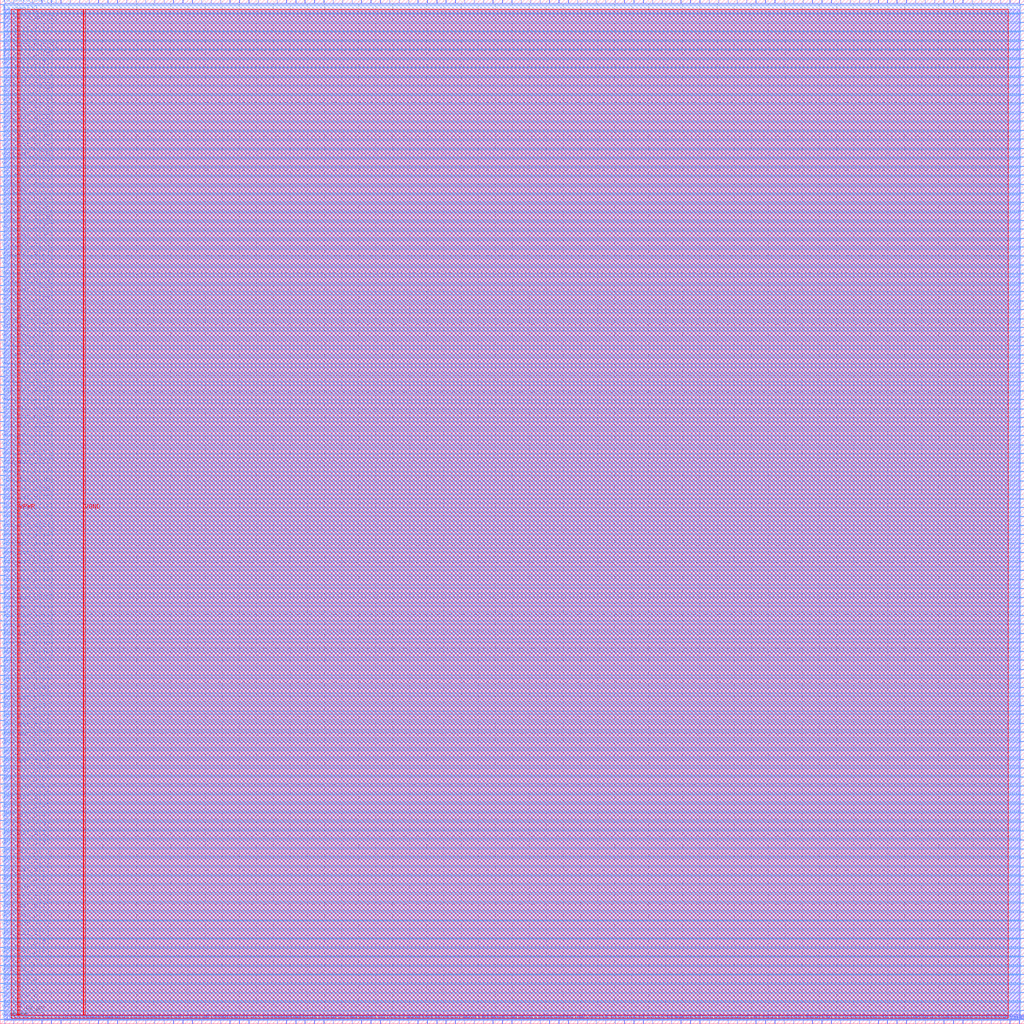
<source format=lef>
VERSION 5.7 ;
  NOWIREEXTENSIONATPIN ON ;
  DIVIDERCHAR "/" ;
  BUSBITCHARS "[]" ;
MACRO hs32_core1
  CLASS BLOCK ;
  FOREIGN hs32_core1 ;
  ORIGIN 0.000 0.000 ;
  SIZE 1200.000 BY 1200.000 ;
  PIN cpu_addr_e[0]
    DIRECTION OUTPUT TRISTATE ;
    PORT
      LAYER met2 ;
        RECT 467.450 0.000 467.730 4.000 ;
    END
  END cpu_addr_e[0]
  PIN cpu_addr_e[10]
    DIRECTION OUTPUT TRISTATE ;
    PORT
      LAYER met2 ;
        RECT 577.390 0.000 577.670 4.000 ;
    END
  END cpu_addr_e[10]
  PIN cpu_addr_e[11]
    DIRECTION OUTPUT TRISTATE ;
    PORT
      LAYER met2 ;
        RECT 588.430 0.000 588.710 4.000 ;
    END
  END cpu_addr_e[11]
  PIN cpu_addr_e[12]
    DIRECTION OUTPUT TRISTATE ;
    PORT
      LAYER met2 ;
        RECT 599.470 0.000 599.750 4.000 ;
    END
  END cpu_addr_e[12]
  PIN cpu_addr_e[13]
    DIRECTION OUTPUT TRISTATE ;
    PORT
      LAYER met2 ;
        RECT 610.510 0.000 610.790 4.000 ;
    END
  END cpu_addr_e[13]
  PIN cpu_addr_e[14]
    DIRECTION OUTPUT TRISTATE ;
    PORT
      LAYER met2 ;
        RECT 621.550 0.000 621.830 4.000 ;
    END
  END cpu_addr_e[14]
  PIN cpu_addr_e[15]
    DIRECTION OUTPUT TRISTATE ;
    PORT
      LAYER met2 ;
        RECT 632.590 0.000 632.870 4.000 ;
    END
  END cpu_addr_e[15]
  PIN cpu_addr_e[1]
    DIRECTION OUTPUT TRISTATE ;
    PORT
      LAYER met2 ;
        RECT 478.490 0.000 478.770 4.000 ;
    END
  END cpu_addr_e[1]
  PIN cpu_addr_e[2]
    DIRECTION OUTPUT TRISTATE ;
    PORT
      LAYER met2 ;
        RECT 489.530 0.000 489.810 4.000 ;
    END
  END cpu_addr_e[2]
  PIN cpu_addr_e[3]
    DIRECTION OUTPUT TRISTATE ;
    PORT
      LAYER met2 ;
        RECT 500.570 0.000 500.850 4.000 ;
    END
  END cpu_addr_e[3]
  PIN cpu_addr_e[4]
    DIRECTION OUTPUT TRISTATE ;
    PORT
      LAYER met2 ;
        RECT 511.610 0.000 511.890 4.000 ;
    END
  END cpu_addr_e[4]
  PIN cpu_addr_e[5]
    DIRECTION OUTPUT TRISTATE ;
    PORT
      LAYER met2 ;
        RECT 522.190 0.000 522.470 4.000 ;
    END
  END cpu_addr_e[5]
  PIN cpu_addr_e[6]
    DIRECTION OUTPUT TRISTATE ;
    PORT
      LAYER met2 ;
        RECT 533.230 0.000 533.510 4.000 ;
    END
  END cpu_addr_e[6]
  PIN cpu_addr_e[7]
    DIRECTION OUTPUT TRISTATE ;
    PORT
      LAYER met2 ;
        RECT 544.270 0.000 544.550 4.000 ;
    END
  END cpu_addr_e[7]
  PIN cpu_addr_e[8]
    DIRECTION OUTPUT TRISTATE ;
    PORT
      LAYER met2 ;
        RECT 555.310 0.000 555.590 4.000 ;
    END
  END cpu_addr_e[8]
  PIN cpu_addr_e[9]
    DIRECTION OUTPUT TRISTATE ;
    PORT
      LAYER met2 ;
        RECT 566.350 0.000 566.630 4.000 ;
    END
  END cpu_addr_e[9]
  PIN cpu_addr_n[0]
    DIRECTION OUTPUT TRISTATE ;
    PORT
      LAYER met2 ;
        RECT 467.450 1196.000 467.730 1200.000 ;
    END
  END cpu_addr_n[0]
  PIN cpu_addr_n[10]
    DIRECTION OUTPUT TRISTATE ;
    PORT
      LAYER met2 ;
        RECT 577.390 1196.000 577.670 1200.000 ;
    END
  END cpu_addr_n[10]
  PIN cpu_addr_n[11]
    DIRECTION OUTPUT TRISTATE ;
    PORT
      LAYER met2 ;
        RECT 588.430 1196.000 588.710 1200.000 ;
    END
  END cpu_addr_n[11]
  PIN cpu_addr_n[12]
    DIRECTION OUTPUT TRISTATE ;
    PORT
      LAYER met2 ;
        RECT 599.470 1196.000 599.750 1200.000 ;
    END
  END cpu_addr_n[12]
  PIN cpu_addr_n[13]
    DIRECTION OUTPUT TRISTATE ;
    PORT
      LAYER met2 ;
        RECT 610.510 1196.000 610.790 1200.000 ;
    END
  END cpu_addr_n[13]
  PIN cpu_addr_n[14]
    DIRECTION OUTPUT TRISTATE ;
    PORT
      LAYER met2 ;
        RECT 621.550 1196.000 621.830 1200.000 ;
    END
  END cpu_addr_n[14]
  PIN cpu_addr_n[15]
    DIRECTION OUTPUT TRISTATE ;
    PORT
      LAYER met2 ;
        RECT 632.590 1196.000 632.870 1200.000 ;
    END
  END cpu_addr_n[15]
  PIN cpu_addr_n[1]
    DIRECTION OUTPUT TRISTATE ;
    PORT
      LAYER met2 ;
        RECT 478.490 1196.000 478.770 1200.000 ;
    END
  END cpu_addr_n[1]
  PIN cpu_addr_n[2]
    DIRECTION OUTPUT TRISTATE ;
    PORT
      LAYER met2 ;
        RECT 489.530 1196.000 489.810 1200.000 ;
    END
  END cpu_addr_n[2]
  PIN cpu_addr_n[3]
    DIRECTION OUTPUT TRISTATE ;
    PORT
      LAYER met2 ;
        RECT 500.570 1196.000 500.850 1200.000 ;
    END
  END cpu_addr_n[3]
  PIN cpu_addr_n[4]
    DIRECTION OUTPUT TRISTATE ;
    PORT
      LAYER met2 ;
        RECT 511.610 1196.000 511.890 1200.000 ;
    END
  END cpu_addr_n[4]
  PIN cpu_addr_n[5]
    DIRECTION OUTPUT TRISTATE ;
    PORT
      LAYER met2 ;
        RECT 522.190 1196.000 522.470 1200.000 ;
    END
  END cpu_addr_n[5]
  PIN cpu_addr_n[6]
    DIRECTION OUTPUT TRISTATE ;
    PORT
      LAYER met2 ;
        RECT 533.230 1196.000 533.510 1200.000 ;
    END
  END cpu_addr_n[6]
  PIN cpu_addr_n[7]
    DIRECTION OUTPUT TRISTATE ;
    PORT
      LAYER met2 ;
        RECT 544.270 1196.000 544.550 1200.000 ;
    END
  END cpu_addr_n[7]
  PIN cpu_addr_n[8]
    DIRECTION OUTPUT TRISTATE ;
    PORT
      LAYER met2 ;
        RECT 555.310 1196.000 555.590 1200.000 ;
    END
  END cpu_addr_n[8]
  PIN cpu_addr_n[9]
    DIRECTION OUTPUT TRISTATE ;
    PORT
      LAYER met2 ;
        RECT 566.350 1196.000 566.630 1200.000 ;
    END
  END cpu_addr_n[9]
  PIN cpu_dtr_e0[0]
    DIRECTION INPUT ;
    PORT
      LAYER met2 ;
        RECT 26.770 0.000 27.050 4.000 ;
    END
  END cpu_dtr_e0[0]
  PIN cpu_dtr_e0[10]
    DIRECTION INPUT ;
    PORT
      LAYER met2 ;
        RECT 137.170 0.000 137.450 4.000 ;
    END
  END cpu_dtr_e0[10]
  PIN cpu_dtr_e0[11]
    DIRECTION INPUT ;
    PORT
      LAYER met2 ;
        RECT 148.210 0.000 148.490 4.000 ;
    END
  END cpu_dtr_e0[11]
  PIN cpu_dtr_e0[12]
    DIRECTION INPUT ;
    PORT
      LAYER met2 ;
        RECT 159.250 0.000 159.530 4.000 ;
    END
  END cpu_dtr_e0[12]
  PIN cpu_dtr_e0[13]
    DIRECTION INPUT ;
    PORT
      LAYER met2 ;
        RECT 170.290 0.000 170.570 4.000 ;
    END
  END cpu_dtr_e0[13]
  PIN cpu_dtr_e0[14]
    DIRECTION INPUT ;
    PORT
      LAYER met2 ;
        RECT 180.870 0.000 181.150 4.000 ;
    END
  END cpu_dtr_e0[14]
  PIN cpu_dtr_e0[15]
    DIRECTION INPUT ;
    PORT
      LAYER met2 ;
        RECT 191.910 0.000 192.190 4.000 ;
    END
  END cpu_dtr_e0[15]
  PIN cpu_dtr_e0[16]
    DIRECTION INPUT ;
    PORT
      LAYER met2 ;
        RECT 202.950 0.000 203.230 4.000 ;
    END
  END cpu_dtr_e0[16]
  PIN cpu_dtr_e0[17]
    DIRECTION INPUT ;
    PORT
      LAYER met2 ;
        RECT 213.990 0.000 214.270 4.000 ;
    END
  END cpu_dtr_e0[17]
  PIN cpu_dtr_e0[18]
    DIRECTION INPUT ;
    PORT
      LAYER met2 ;
        RECT 225.030 0.000 225.310 4.000 ;
    END
  END cpu_dtr_e0[18]
  PIN cpu_dtr_e0[19]
    DIRECTION INPUT ;
    PORT
      LAYER met2 ;
        RECT 236.070 0.000 236.350 4.000 ;
    END
  END cpu_dtr_e0[19]
  PIN cpu_dtr_e0[1]
    DIRECTION INPUT ;
    PORT
      LAYER met2 ;
        RECT 37.810 0.000 38.090 4.000 ;
    END
  END cpu_dtr_e0[1]
  PIN cpu_dtr_e0[20]
    DIRECTION INPUT ;
    PORT
      LAYER met2 ;
        RECT 247.110 0.000 247.390 4.000 ;
    END
  END cpu_dtr_e0[20]
  PIN cpu_dtr_e0[21]
    DIRECTION INPUT ;
    PORT
      LAYER met2 ;
        RECT 258.150 0.000 258.430 4.000 ;
    END
  END cpu_dtr_e0[21]
  PIN cpu_dtr_e0[22]
    DIRECTION INPUT ;
    PORT
      LAYER met2 ;
        RECT 269.190 0.000 269.470 4.000 ;
    END
  END cpu_dtr_e0[22]
  PIN cpu_dtr_e0[23]
    DIRECTION INPUT ;
    PORT
      LAYER met2 ;
        RECT 280.230 0.000 280.510 4.000 ;
    END
  END cpu_dtr_e0[23]
  PIN cpu_dtr_e0[24]
    DIRECTION INPUT ;
    PORT
      LAYER met2 ;
        RECT 291.270 0.000 291.550 4.000 ;
    END
  END cpu_dtr_e0[24]
  PIN cpu_dtr_e0[25]
    DIRECTION INPUT ;
    PORT
      LAYER met2 ;
        RECT 302.310 0.000 302.590 4.000 ;
    END
  END cpu_dtr_e0[25]
  PIN cpu_dtr_e0[26]
    DIRECTION INPUT ;
    PORT
      LAYER met2 ;
        RECT 313.350 0.000 313.630 4.000 ;
    END
  END cpu_dtr_e0[26]
  PIN cpu_dtr_e0[27]
    DIRECTION INPUT ;
    PORT
      LAYER met2 ;
        RECT 324.390 0.000 324.670 4.000 ;
    END
  END cpu_dtr_e0[27]
  PIN cpu_dtr_e0[28]
    DIRECTION INPUT ;
    PORT
      LAYER met2 ;
        RECT 335.430 0.000 335.710 4.000 ;
    END
  END cpu_dtr_e0[28]
  PIN cpu_dtr_e0[29]
    DIRECTION INPUT ;
    PORT
      LAYER met2 ;
        RECT 346.470 0.000 346.750 4.000 ;
    END
  END cpu_dtr_e0[29]
  PIN cpu_dtr_e0[2]
    DIRECTION INPUT ;
    PORT
      LAYER met2 ;
        RECT 48.850 0.000 49.130 4.000 ;
    END
  END cpu_dtr_e0[2]
  PIN cpu_dtr_e0[30]
    DIRECTION INPUT ;
    PORT
      LAYER met2 ;
        RECT 357.050 0.000 357.330 4.000 ;
    END
  END cpu_dtr_e0[30]
  PIN cpu_dtr_e0[31]
    DIRECTION INPUT ;
    PORT
      LAYER met2 ;
        RECT 368.090 0.000 368.370 4.000 ;
    END
  END cpu_dtr_e0[31]
  PIN cpu_dtr_e0[3]
    DIRECTION INPUT ;
    PORT
      LAYER met2 ;
        RECT 59.890 0.000 60.170 4.000 ;
    END
  END cpu_dtr_e0[3]
  PIN cpu_dtr_e0[4]
    DIRECTION INPUT ;
    PORT
      LAYER met2 ;
        RECT 70.930 0.000 71.210 4.000 ;
    END
  END cpu_dtr_e0[4]
  PIN cpu_dtr_e0[5]
    DIRECTION INPUT ;
    PORT
      LAYER met2 ;
        RECT 81.970 0.000 82.250 4.000 ;
    END
  END cpu_dtr_e0[5]
  PIN cpu_dtr_e0[6]
    DIRECTION INPUT ;
    PORT
      LAYER met2 ;
        RECT 93.010 0.000 93.290 4.000 ;
    END
  END cpu_dtr_e0[6]
  PIN cpu_dtr_e0[7]
    DIRECTION INPUT ;
    PORT
      LAYER met2 ;
        RECT 104.050 0.000 104.330 4.000 ;
    END
  END cpu_dtr_e0[7]
  PIN cpu_dtr_e0[8]
    DIRECTION INPUT ;
    PORT
      LAYER met2 ;
        RECT 115.090 0.000 115.370 4.000 ;
    END
  END cpu_dtr_e0[8]
  PIN cpu_dtr_e0[9]
    DIRECTION INPUT ;
    PORT
      LAYER met2 ;
        RECT 126.130 0.000 126.410 4.000 ;
    END
  END cpu_dtr_e0[9]
  PIN cpu_dtr_e1[0]
    DIRECTION INPUT ;
    PORT
      LAYER met2 ;
        RECT 852.930 0.000 853.210 4.000 ;
    END
  END cpu_dtr_e1[0]
  PIN cpu_dtr_e1[10]
    DIRECTION INPUT ;
    PORT
      LAYER met2 ;
        RECT 962.870 0.000 963.150 4.000 ;
    END
  END cpu_dtr_e1[10]
  PIN cpu_dtr_e1[11]
    DIRECTION INPUT ;
    PORT
      LAYER met2 ;
        RECT 973.910 0.000 974.190 4.000 ;
    END
  END cpu_dtr_e1[11]
  PIN cpu_dtr_e1[12]
    DIRECTION INPUT ;
    PORT
      LAYER met2 ;
        RECT 984.950 0.000 985.230 4.000 ;
    END
  END cpu_dtr_e1[12]
  PIN cpu_dtr_e1[13]
    DIRECTION INPUT ;
    PORT
      LAYER met2 ;
        RECT 995.990 0.000 996.270 4.000 ;
    END
  END cpu_dtr_e1[13]
  PIN cpu_dtr_e1[14]
    DIRECTION INPUT ;
    PORT
      LAYER met2 ;
        RECT 1007.030 0.000 1007.310 4.000 ;
    END
  END cpu_dtr_e1[14]
  PIN cpu_dtr_e1[15]
    DIRECTION INPUT ;
    PORT
      LAYER met2 ;
        RECT 1018.070 0.000 1018.350 4.000 ;
    END
  END cpu_dtr_e1[15]
  PIN cpu_dtr_e1[16]
    DIRECTION INPUT ;
    PORT
      LAYER met2 ;
        RECT 1029.110 0.000 1029.390 4.000 ;
    END
  END cpu_dtr_e1[16]
  PIN cpu_dtr_e1[17]
    DIRECTION INPUT ;
    PORT
      LAYER met2 ;
        RECT 1039.690 0.000 1039.970 4.000 ;
    END
  END cpu_dtr_e1[17]
  PIN cpu_dtr_e1[18]
    DIRECTION INPUT ;
    PORT
      LAYER met2 ;
        RECT 1050.730 0.000 1051.010 4.000 ;
    END
  END cpu_dtr_e1[18]
  PIN cpu_dtr_e1[19]
    DIRECTION INPUT ;
    PORT
      LAYER met2 ;
        RECT 1061.770 0.000 1062.050 4.000 ;
    END
  END cpu_dtr_e1[19]
  PIN cpu_dtr_e1[1]
    DIRECTION INPUT ;
    PORT
      LAYER met2 ;
        RECT 863.510 0.000 863.790 4.000 ;
    END
  END cpu_dtr_e1[1]
  PIN cpu_dtr_e1[20]
    DIRECTION INPUT ;
    PORT
      LAYER met2 ;
        RECT 1072.810 0.000 1073.090 4.000 ;
    END
  END cpu_dtr_e1[20]
  PIN cpu_dtr_e1[21]
    DIRECTION INPUT ;
    PORT
      LAYER met2 ;
        RECT 1083.850 0.000 1084.130 4.000 ;
    END
  END cpu_dtr_e1[21]
  PIN cpu_dtr_e1[22]
    DIRECTION INPUT ;
    PORT
      LAYER met2 ;
        RECT 1094.890 0.000 1095.170 4.000 ;
    END
  END cpu_dtr_e1[22]
  PIN cpu_dtr_e1[23]
    DIRECTION INPUT ;
    PORT
      LAYER met2 ;
        RECT 1105.930 0.000 1106.210 4.000 ;
    END
  END cpu_dtr_e1[23]
  PIN cpu_dtr_e1[24]
    DIRECTION INPUT ;
    PORT
      LAYER met2 ;
        RECT 1116.970 0.000 1117.250 4.000 ;
    END
  END cpu_dtr_e1[24]
  PIN cpu_dtr_e1[25]
    DIRECTION INPUT ;
    PORT
      LAYER met2 ;
        RECT 1128.010 0.000 1128.290 4.000 ;
    END
  END cpu_dtr_e1[25]
  PIN cpu_dtr_e1[26]
    DIRECTION INPUT ;
    PORT
      LAYER met2 ;
        RECT 1139.050 0.000 1139.330 4.000 ;
    END
  END cpu_dtr_e1[26]
  PIN cpu_dtr_e1[27]
    DIRECTION INPUT ;
    PORT
      LAYER met2 ;
        RECT 1150.090 0.000 1150.370 4.000 ;
    END
  END cpu_dtr_e1[27]
  PIN cpu_dtr_e1[28]
    DIRECTION INPUT ;
    PORT
      LAYER met2 ;
        RECT 1161.130 0.000 1161.410 4.000 ;
    END
  END cpu_dtr_e1[28]
  PIN cpu_dtr_e1[29]
    DIRECTION INPUT ;
    PORT
      LAYER met2 ;
        RECT 1172.170 0.000 1172.450 4.000 ;
    END
  END cpu_dtr_e1[29]
  PIN cpu_dtr_e1[2]
    DIRECTION INPUT ;
    PORT
      LAYER met2 ;
        RECT 874.550 0.000 874.830 4.000 ;
    END
  END cpu_dtr_e1[2]
  PIN cpu_dtr_e1[30]
    DIRECTION INPUT ;
    PORT
      LAYER met2 ;
        RECT 1183.210 0.000 1183.490 4.000 ;
    END
  END cpu_dtr_e1[30]
  PIN cpu_dtr_e1[31]
    DIRECTION INPUT ;
    PORT
      LAYER met2 ;
        RECT 1194.250 0.000 1194.530 4.000 ;
    END
  END cpu_dtr_e1[31]
  PIN cpu_dtr_e1[3]
    DIRECTION INPUT ;
    PORT
      LAYER met2 ;
        RECT 885.590 0.000 885.870 4.000 ;
    END
  END cpu_dtr_e1[3]
  PIN cpu_dtr_e1[4]
    DIRECTION INPUT ;
    PORT
      LAYER met2 ;
        RECT 896.630 0.000 896.910 4.000 ;
    END
  END cpu_dtr_e1[4]
  PIN cpu_dtr_e1[5]
    DIRECTION INPUT ;
    PORT
      LAYER met2 ;
        RECT 907.670 0.000 907.950 4.000 ;
    END
  END cpu_dtr_e1[5]
  PIN cpu_dtr_e1[6]
    DIRECTION INPUT ;
    PORT
      LAYER met2 ;
        RECT 918.710 0.000 918.990 4.000 ;
    END
  END cpu_dtr_e1[6]
  PIN cpu_dtr_e1[7]
    DIRECTION INPUT ;
    PORT
      LAYER met2 ;
        RECT 929.750 0.000 930.030 4.000 ;
    END
  END cpu_dtr_e1[7]
  PIN cpu_dtr_e1[8]
    DIRECTION INPUT ;
    PORT
      LAYER met2 ;
        RECT 940.790 0.000 941.070 4.000 ;
    END
  END cpu_dtr_e1[8]
  PIN cpu_dtr_e1[9]
    DIRECTION INPUT ;
    PORT
      LAYER met2 ;
        RECT 951.830 0.000 952.110 4.000 ;
    END
  END cpu_dtr_e1[9]
  PIN cpu_dtr_n0[0]
    DIRECTION INPUT ;
    PORT
      LAYER met2 ;
        RECT 26.770 1196.000 27.050 1200.000 ;
    END
  END cpu_dtr_n0[0]
  PIN cpu_dtr_n0[10]
    DIRECTION INPUT ;
    PORT
      LAYER met2 ;
        RECT 137.170 1196.000 137.450 1200.000 ;
    END
  END cpu_dtr_n0[10]
  PIN cpu_dtr_n0[11]
    DIRECTION INPUT ;
    PORT
      LAYER met2 ;
        RECT 148.210 1196.000 148.490 1200.000 ;
    END
  END cpu_dtr_n0[11]
  PIN cpu_dtr_n0[12]
    DIRECTION INPUT ;
    PORT
      LAYER met2 ;
        RECT 159.250 1196.000 159.530 1200.000 ;
    END
  END cpu_dtr_n0[12]
  PIN cpu_dtr_n0[13]
    DIRECTION INPUT ;
    PORT
      LAYER met2 ;
        RECT 170.290 1196.000 170.570 1200.000 ;
    END
  END cpu_dtr_n0[13]
  PIN cpu_dtr_n0[14]
    DIRECTION INPUT ;
    PORT
      LAYER met2 ;
        RECT 180.870 1196.000 181.150 1200.000 ;
    END
  END cpu_dtr_n0[14]
  PIN cpu_dtr_n0[15]
    DIRECTION INPUT ;
    PORT
      LAYER met2 ;
        RECT 191.910 1196.000 192.190 1200.000 ;
    END
  END cpu_dtr_n0[15]
  PIN cpu_dtr_n0[16]
    DIRECTION INPUT ;
    PORT
      LAYER met2 ;
        RECT 202.950 1196.000 203.230 1200.000 ;
    END
  END cpu_dtr_n0[16]
  PIN cpu_dtr_n0[17]
    DIRECTION INPUT ;
    PORT
      LAYER met2 ;
        RECT 213.990 1196.000 214.270 1200.000 ;
    END
  END cpu_dtr_n0[17]
  PIN cpu_dtr_n0[18]
    DIRECTION INPUT ;
    PORT
      LAYER met2 ;
        RECT 225.030 1196.000 225.310 1200.000 ;
    END
  END cpu_dtr_n0[18]
  PIN cpu_dtr_n0[19]
    DIRECTION INPUT ;
    PORT
      LAYER met2 ;
        RECT 236.070 1196.000 236.350 1200.000 ;
    END
  END cpu_dtr_n0[19]
  PIN cpu_dtr_n0[1]
    DIRECTION INPUT ;
    PORT
      LAYER met2 ;
        RECT 37.810 1196.000 38.090 1200.000 ;
    END
  END cpu_dtr_n0[1]
  PIN cpu_dtr_n0[20]
    DIRECTION INPUT ;
    PORT
      LAYER met2 ;
        RECT 247.110 1196.000 247.390 1200.000 ;
    END
  END cpu_dtr_n0[20]
  PIN cpu_dtr_n0[21]
    DIRECTION INPUT ;
    PORT
      LAYER met2 ;
        RECT 258.150 1196.000 258.430 1200.000 ;
    END
  END cpu_dtr_n0[21]
  PIN cpu_dtr_n0[22]
    DIRECTION INPUT ;
    PORT
      LAYER met2 ;
        RECT 269.190 1196.000 269.470 1200.000 ;
    END
  END cpu_dtr_n0[22]
  PIN cpu_dtr_n0[23]
    DIRECTION INPUT ;
    PORT
      LAYER met2 ;
        RECT 280.230 1196.000 280.510 1200.000 ;
    END
  END cpu_dtr_n0[23]
  PIN cpu_dtr_n0[24]
    DIRECTION INPUT ;
    PORT
      LAYER met2 ;
        RECT 291.270 1196.000 291.550 1200.000 ;
    END
  END cpu_dtr_n0[24]
  PIN cpu_dtr_n0[25]
    DIRECTION INPUT ;
    PORT
      LAYER met2 ;
        RECT 302.310 1196.000 302.590 1200.000 ;
    END
  END cpu_dtr_n0[25]
  PIN cpu_dtr_n0[26]
    DIRECTION INPUT ;
    PORT
      LAYER met2 ;
        RECT 313.350 1196.000 313.630 1200.000 ;
    END
  END cpu_dtr_n0[26]
  PIN cpu_dtr_n0[27]
    DIRECTION INPUT ;
    PORT
      LAYER met2 ;
        RECT 324.390 1196.000 324.670 1200.000 ;
    END
  END cpu_dtr_n0[27]
  PIN cpu_dtr_n0[28]
    DIRECTION INPUT ;
    PORT
      LAYER met2 ;
        RECT 335.430 1196.000 335.710 1200.000 ;
    END
  END cpu_dtr_n0[28]
  PIN cpu_dtr_n0[29]
    DIRECTION INPUT ;
    PORT
      LAYER met2 ;
        RECT 346.470 1196.000 346.750 1200.000 ;
    END
  END cpu_dtr_n0[29]
  PIN cpu_dtr_n0[2]
    DIRECTION INPUT ;
    PORT
      LAYER met2 ;
        RECT 48.850 1196.000 49.130 1200.000 ;
    END
  END cpu_dtr_n0[2]
  PIN cpu_dtr_n0[30]
    DIRECTION INPUT ;
    PORT
      LAYER met2 ;
        RECT 357.050 1196.000 357.330 1200.000 ;
    END
  END cpu_dtr_n0[30]
  PIN cpu_dtr_n0[31]
    DIRECTION INPUT ;
    PORT
      LAYER met2 ;
        RECT 368.090 1196.000 368.370 1200.000 ;
    END
  END cpu_dtr_n0[31]
  PIN cpu_dtr_n0[3]
    DIRECTION INPUT ;
    PORT
      LAYER met2 ;
        RECT 59.890 1196.000 60.170 1200.000 ;
    END
  END cpu_dtr_n0[3]
  PIN cpu_dtr_n0[4]
    DIRECTION INPUT ;
    PORT
      LAYER met2 ;
        RECT 70.930 1196.000 71.210 1200.000 ;
    END
  END cpu_dtr_n0[4]
  PIN cpu_dtr_n0[5]
    DIRECTION INPUT ;
    PORT
      LAYER met2 ;
        RECT 81.970 1196.000 82.250 1200.000 ;
    END
  END cpu_dtr_n0[5]
  PIN cpu_dtr_n0[6]
    DIRECTION INPUT ;
    PORT
      LAYER met2 ;
        RECT 93.010 1196.000 93.290 1200.000 ;
    END
  END cpu_dtr_n0[6]
  PIN cpu_dtr_n0[7]
    DIRECTION INPUT ;
    PORT
      LAYER met2 ;
        RECT 104.050 1196.000 104.330 1200.000 ;
    END
  END cpu_dtr_n0[7]
  PIN cpu_dtr_n0[8]
    DIRECTION INPUT ;
    PORT
      LAYER met2 ;
        RECT 115.090 1196.000 115.370 1200.000 ;
    END
  END cpu_dtr_n0[8]
  PIN cpu_dtr_n0[9]
    DIRECTION INPUT ;
    PORT
      LAYER met2 ;
        RECT 126.130 1196.000 126.410 1200.000 ;
    END
  END cpu_dtr_n0[9]
  PIN cpu_dtr_n1[0]
    DIRECTION INPUT ;
    PORT
      LAYER met2 ;
        RECT 852.930 1196.000 853.210 1200.000 ;
    END
  END cpu_dtr_n1[0]
  PIN cpu_dtr_n1[10]
    DIRECTION INPUT ;
    PORT
      LAYER met2 ;
        RECT 962.870 1196.000 963.150 1200.000 ;
    END
  END cpu_dtr_n1[10]
  PIN cpu_dtr_n1[11]
    DIRECTION INPUT ;
    PORT
      LAYER met2 ;
        RECT 973.910 1196.000 974.190 1200.000 ;
    END
  END cpu_dtr_n1[11]
  PIN cpu_dtr_n1[12]
    DIRECTION INPUT ;
    PORT
      LAYER met2 ;
        RECT 984.950 1196.000 985.230 1200.000 ;
    END
  END cpu_dtr_n1[12]
  PIN cpu_dtr_n1[13]
    DIRECTION INPUT ;
    PORT
      LAYER met2 ;
        RECT 995.990 1196.000 996.270 1200.000 ;
    END
  END cpu_dtr_n1[13]
  PIN cpu_dtr_n1[14]
    DIRECTION INPUT ;
    PORT
      LAYER met2 ;
        RECT 1007.030 1196.000 1007.310 1200.000 ;
    END
  END cpu_dtr_n1[14]
  PIN cpu_dtr_n1[15]
    DIRECTION INPUT ;
    PORT
      LAYER met2 ;
        RECT 1018.070 1196.000 1018.350 1200.000 ;
    END
  END cpu_dtr_n1[15]
  PIN cpu_dtr_n1[16]
    DIRECTION INPUT ;
    PORT
      LAYER met2 ;
        RECT 1029.110 1196.000 1029.390 1200.000 ;
    END
  END cpu_dtr_n1[16]
  PIN cpu_dtr_n1[17]
    DIRECTION INPUT ;
    PORT
      LAYER met2 ;
        RECT 1039.690 1196.000 1039.970 1200.000 ;
    END
  END cpu_dtr_n1[17]
  PIN cpu_dtr_n1[18]
    DIRECTION INPUT ;
    PORT
      LAYER met2 ;
        RECT 1050.730 1196.000 1051.010 1200.000 ;
    END
  END cpu_dtr_n1[18]
  PIN cpu_dtr_n1[19]
    DIRECTION INPUT ;
    PORT
      LAYER met2 ;
        RECT 1061.770 1196.000 1062.050 1200.000 ;
    END
  END cpu_dtr_n1[19]
  PIN cpu_dtr_n1[1]
    DIRECTION INPUT ;
    PORT
      LAYER met2 ;
        RECT 863.510 1196.000 863.790 1200.000 ;
    END
  END cpu_dtr_n1[1]
  PIN cpu_dtr_n1[20]
    DIRECTION INPUT ;
    PORT
      LAYER met2 ;
        RECT 1072.810 1196.000 1073.090 1200.000 ;
    END
  END cpu_dtr_n1[20]
  PIN cpu_dtr_n1[21]
    DIRECTION INPUT ;
    PORT
      LAYER met2 ;
        RECT 1083.850 1196.000 1084.130 1200.000 ;
    END
  END cpu_dtr_n1[21]
  PIN cpu_dtr_n1[22]
    DIRECTION INPUT ;
    PORT
      LAYER met2 ;
        RECT 1094.890 1196.000 1095.170 1200.000 ;
    END
  END cpu_dtr_n1[22]
  PIN cpu_dtr_n1[23]
    DIRECTION INPUT ;
    PORT
      LAYER met2 ;
        RECT 1105.930 1196.000 1106.210 1200.000 ;
    END
  END cpu_dtr_n1[23]
  PIN cpu_dtr_n1[24]
    DIRECTION INPUT ;
    PORT
      LAYER met2 ;
        RECT 1116.970 1196.000 1117.250 1200.000 ;
    END
  END cpu_dtr_n1[24]
  PIN cpu_dtr_n1[25]
    DIRECTION INPUT ;
    PORT
      LAYER met2 ;
        RECT 1128.010 1196.000 1128.290 1200.000 ;
    END
  END cpu_dtr_n1[25]
  PIN cpu_dtr_n1[26]
    DIRECTION INPUT ;
    PORT
      LAYER met2 ;
        RECT 1139.050 1196.000 1139.330 1200.000 ;
    END
  END cpu_dtr_n1[26]
  PIN cpu_dtr_n1[27]
    DIRECTION INPUT ;
    PORT
      LAYER met2 ;
        RECT 1150.090 1196.000 1150.370 1200.000 ;
    END
  END cpu_dtr_n1[27]
  PIN cpu_dtr_n1[28]
    DIRECTION INPUT ;
    PORT
      LAYER met2 ;
        RECT 1161.130 1196.000 1161.410 1200.000 ;
    END
  END cpu_dtr_n1[28]
  PIN cpu_dtr_n1[29]
    DIRECTION INPUT ;
    PORT
      LAYER met2 ;
        RECT 1172.170 1196.000 1172.450 1200.000 ;
    END
  END cpu_dtr_n1[29]
  PIN cpu_dtr_n1[2]
    DIRECTION INPUT ;
    PORT
      LAYER met2 ;
        RECT 874.550 1196.000 874.830 1200.000 ;
    END
  END cpu_dtr_n1[2]
  PIN cpu_dtr_n1[30]
    DIRECTION INPUT ;
    PORT
      LAYER met2 ;
        RECT 1183.210 1196.000 1183.490 1200.000 ;
    END
  END cpu_dtr_n1[30]
  PIN cpu_dtr_n1[31]
    DIRECTION INPUT ;
    PORT
      LAYER met2 ;
        RECT 1194.250 1196.000 1194.530 1200.000 ;
    END
  END cpu_dtr_n1[31]
  PIN cpu_dtr_n1[3]
    DIRECTION INPUT ;
    PORT
      LAYER met2 ;
        RECT 885.590 1196.000 885.870 1200.000 ;
    END
  END cpu_dtr_n1[3]
  PIN cpu_dtr_n1[4]
    DIRECTION INPUT ;
    PORT
      LAYER met2 ;
        RECT 896.630 1196.000 896.910 1200.000 ;
    END
  END cpu_dtr_n1[4]
  PIN cpu_dtr_n1[5]
    DIRECTION INPUT ;
    PORT
      LAYER met2 ;
        RECT 907.670 1196.000 907.950 1200.000 ;
    END
  END cpu_dtr_n1[5]
  PIN cpu_dtr_n1[6]
    DIRECTION INPUT ;
    PORT
      LAYER met2 ;
        RECT 918.710 1196.000 918.990 1200.000 ;
    END
  END cpu_dtr_n1[6]
  PIN cpu_dtr_n1[7]
    DIRECTION INPUT ;
    PORT
      LAYER met2 ;
        RECT 929.750 1196.000 930.030 1200.000 ;
    END
  END cpu_dtr_n1[7]
  PIN cpu_dtr_n1[8]
    DIRECTION INPUT ;
    PORT
      LAYER met2 ;
        RECT 940.790 1196.000 941.070 1200.000 ;
    END
  END cpu_dtr_n1[8]
  PIN cpu_dtr_n1[9]
    DIRECTION INPUT ;
    PORT
      LAYER met2 ;
        RECT 951.830 1196.000 952.110 1200.000 ;
    END
  END cpu_dtr_n1[9]
  PIN cpu_dtw_e[0]
    DIRECTION OUTPUT TRISTATE ;
    PORT
      LAYER met2 ;
        RECT 676.750 0.000 677.030 4.000 ;
    END
  END cpu_dtw_e[0]
  PIN cpu_dtw_e[10]
    DIRECTION OUTPUT TRISTATE ;
    PORT
      LAYER met2 ;
        RECT 786.690 0.000 786.970 4.000 ;
    END
  END cpu_dtw_e[10]
  PIN cpu_dtw_e[11]
    DIRECTION OUTPUT TRISTATE ;
    PORT
      LAYER met2 ;
        RECT 797.730 0.000 798.010 4.000 ;
    END
  END cpu_dtw_e[11]
  PIN cpu_dtw_e[12]
    DIRECTION OUTPUT TRISTATE ;
    PORT
      LAYER met2 ;
        RECT 808.770 0.000 809.050 4.000 ;
    END
  END cpu_dtw_e[12]
  PIN cpu_dtw_e[13]
    DIRECTION OUTPUT TRISTATE ;
    PORT
      LAYER met2 ;
        RECT 819.810 0.000 820.090 4.000 ;
    END
  END cpu_dtw_e[13]
  PIN cpu_dtw_e[14]
    DIRECTION OUTPUT TRISTATE ;
    PORT
      LAYER met2 ;
        RECT 830.850 0.000 831.130 4.000 ;
    END
  END cpu_dtw_e[14]
  PIN cpu_dtw_e[15]
    DIRECTION OUTPUT TRISTATE ;
    PORT
      LAYER met2 ;
        RECT 841.890 0.000 842.170 4.000 ;
    END
  END cpu_dtw_e[15]
  PIN cpu_dtw_e[1]
    DIRECTION OUTPUT TRISTATE ;
    PORT
      LAYER met2 ;
        RECT 687.790 0.000 688.070 4.000 ;
    END
  END cpu_dtw_e[1]
  PIN cpu_dtw_e[2]
    DIRECTION OUTPUT TRISTATE ;
    PORT
      LAYER met2 ;
        RECT 698.370 0.000 698.650 4.000 ;
    END
  END cpu_dtw_e[2]
  PIN cpu_dtw_e[3]
    DIRECTION OUTPUT TRISTATE ;
    PORT
      LAYER met2 ;
        RECT 709.410 0.000 709.690 4.000 ;
    END
  END cpu_dtw_e[3]
  PIN cpu_dtw_e[4]
    DIRECTION OUTPUT TRISTATE ;
    PORT
      LAYER met2 ;
        RECT 720.450 0.000 720.730 4.000 ;
    END
  END cpu_dtw_e[4]
  PIN cpu_dtw_e[5]
    DIRECTION OUTPUT TRISTATE ;
    PORT
      LAYER met2 ;
        RECT 731.490 0.000 731.770 4.000 ;
    END
  END cpu_dtw_e[5]
  PIN cpu_dtw_e[6]
    DIRECTION OUTPUT TRISTATE ;
    PORT
      LAYER met2 ;
        RECT 742.530 0.000 742.810 4.000 ;
    END
  END cpu_dtw_e[6]
  PIN cpu_dtw_e[7]
    DIRECTION OUTPUT TRISTATE ;
    PORT
      LAYER met2 ;
        RECT 753.570 0.000 753.850 4.000 ;
    END
  END cpu_dtw_e[7]
  PIN cpu_dtw_e[8]
    DIRECTION OUTPUT TRISTATE ;
    PORT
      LAYER met2 ;
        RECT 764.610 0.000 764.890 4.000 ;
    END
  END cpu_dtw_e[8]
  PIN cpu_dtw_e[9]
    DIRECTION OUTPUT TRISTATE ;
    PORT
      LAYER met2 ;
        RECT 775.650 0.000 775.930 4.000 ;
    END
  END cpu_dtw_e[9]
  PIN cpu_dtw_n[0]
    DIRECTION OUTPUT TRISTATE ;
    PORT
      LAYER met2 ;
        RECT 676.750 1196.000 677.030 1200.000 ;
    END
  END cpu_dtw_n[0]
  PIN cpu_dtw_n[10]
    DIRECTION OUTPUT TRISTATE ;
    PORT
      LAYER met2 ;
        RECT 786.690 1196.000 786.970 1200.000 ;
    END
  END cpu_dtw_n[10]
  PIN cpu_dtw_n[11]
    DIRECTION OUTPUT TRISTATE ;
    PORT
      LAYER met2 ;
        RECT 797.730 1196.000 798.010 1200.000 ;
    END
  END cpu_dtw_n[11]
  PIN cpu_dtw_n[12]
    DIRECTION OUTPUT TRISTATE ;
    PORT
      LAYER met2 ;
        RECT 808.770 1196.000 809.050 1200.000 ;
    END
  END cpu_dtw_n[12]
  PIN cpu_dtw_n[13]
    DIRECTION OUTPUT TRISTATE ;
    PORT
      LAYER met2 ;
        RECT 819.810 1196.000 820.090 1200.000 ;
    END
  END cpu_dtw_n[13]
  PIN cpu_dtw_n[14]
    DIRECTION OUTPUT TRISTATE ;
    PORT
      LAYER met2 ;
        RECT 830.850 1196.000 831.130 1200.000 ;
    END
  END cpu_dtw_n[14]
  PIN cpu_dtw_n[15]
    DIRECTION OUTPUT TRISTATE ;
    PORT
      LAYER met2 ;
        RECT 841.890 1196.000 842.170 1200.000 ;
    END
  END cpu_dtw_n[15]
  PIN cpu_dtw_n[1]
    DIRECTION OUTPUT TRISTATE ;
    PORT
      LAYER met2 ;
        RECT 687.790 1196.000 688.070 1200.000 ;
    END
  END cpu_dtw_n[1]
  PIN cpu_dtw_n[2]
    DIRECTION OUTPUT TRISTATE ;
    PORT
      LAYER met2 ;
        RECT 698.370 1196.000 698.650 1200.000 ;
    END
  END cpu_dtw_n[2]
  PIN cpu_dtw_n[3]
    DIRECTION OUTPUT TRISTATE ;
    PORT
      LAYER met2 ;
        RECT 709.410 1196.000 709.690 1200.000 ;
    END
  END cpu_dtw_n[3]
  PIN cpu_dtw_n[4]
    DIRECTION OUTPUT TRISTATE ;
    PORT
      LAYER met2 ;
        RECT 720.450 1196.000 720.730 1200.000 ;
    END
  END cpu_dtw_n[4]
  PIN cpu_dtw_n[5]
    DIRECTION OUTPUT TRISTATE ;
    PORT
      LAYER met2 ;
        RECT 731.490 1196.000 731.770 1200.000 ;
    END
  END cpu_dtw_n[5]
  PIN cpu_dtw_n[6]
    DIRECTION OUTPUT TRISTATE ;
    PORT
      LAYER met2 ;
        RECT 742.530 1196.000 742.810 1200.000 ;
    END
  END cpu_dtw_n[6]
  PIN cpu_dtw_n[7]
    DIRECTION OUTPUT TRISTATE ;
    PORT
      LAYER met2 ;
        RECT 753.570 1196.000 753.850 1200.000 ;
    END
  END cpu_dtw_n[7]
  PIN cpu_dtw_n[8]
    DIRECTION OUTPUT TRISTATE ;
    PORT
      LAYER met2 ;
        RECT 764.610 1196.000 764.890 1200.000 ;
    END
  END cpu_dtw_n[8]
  PIN cpu_dtw_n[9]
    DIRECTION OUTPUT TRISTATE ;
    PORT
      LAYER met2 ;
        RECT 775.650 1196.000 775.930 1200.000 ;
    END
  END cpu_dtw_n[9]
  PIN cpu_mask_e[0]
    DIRECTION OUTPUT TRISTATE ;
    PORT
      LAYER met2 ;
        RECT 379.130 0.000 379.410 4.000 ;
    END
  END cpu_mask_e[0]
  PIN cpu_mask_e[1]
    DIRECTION OUTPUT TRISTATE ;
    PORT
      LAYER met2 ;
        RECT 390.170 0.000 390.450 4.000 ;
    END
  END cpu_mask_e[1]
  PIN cpu_mask_e[2]
    DIRECTION OUTPUT TRISTATE ;
    PORT
      LAYER met2 ;
        RECT 401.210 0.000 401.490 4.000 ;
    END
  END cpu_mask_e[2]
  PIN cpu_mask_e[3]
    DIRECTION OUTPUT TRISTATE ;
    PORT
      LAYER met2 ;
        RECT 412.250 0.000 412.530 4.000 ;
    END
  END cpu_mask_e[3]
  PIN cpu_mask_e[4]
    DIRECTION OUTPUT TRISTATE ;
    PORT
      LAYER met2 ;
        RECT 423.290 0.000 423.570 4.000 ;
    END
  END cpu_mask_e[4]
  PIN cpu_mask_e[5]
    DIRECTION OUTPUT TRISTATE ;
    PORT
      LAYER met2 ;
        RECT 434.330 0.000 434.610 4.000 ;
    END
  END cpu_mask_e[5]
  PIN cpu_mask_e[6]
    DIRECTION OUTPUT TRISTATE ;
    PORT
      LAYER met2 ;
        RECT 445.370 0.000 445.650 4.000 ;
    END
  END cpu_mask_e[6]
  PIN cpu_mask_e[7]
    DIRECTION OUTPUT TRISTATE ;
    PORT
      LAYER met2 ;
        RECT 456.410 0.000 456.690 4.000 ;
    END
  END cpu_mask_e[7]
  PIN cpu_mask_n[0]
    DIRECTION OUTPUT TRISTATE ;
    PORT
      LAYER met2 ;
        RECT 379.130 1196.000 379.410 1200.000 ;
    END
  END cpu_mask_n[0]
  PIN cpu_mask_n[1]
    DIRECTION OUTPUT TRISTATE ;
    PORT
      LAYER met2 ;
        RECT 390.170 1196.000 390.450 1200.000 ;
    END
  END cpu_mask_n[1]
  PIN cpu_mask_n[2]
    DIRECTION OUTPUT TRISTATE ;
    PORT
      LAYER met2 ;
        RECT 401.210 1196.000 401.490 1200.000 ;
    END
  END cpu_mask_n[2]
  PIN cpu_mask_n[3]
    DIRECTION OUTPUT TRISTATE ;
    PORT
      LAYER met2 ;
        RECT 412.250 1196.000 412.530 1200.000 ;
    END
  END cpu_mask_n[3]
  PIN cpu_mask_n[4]
    DIRECTION OUTPUT TRISTATE ;
    PORT
      LAYER met2 ;
        RECT 423.290 1196.000 423.570 1200.000 ;
    END
  END cpu_mask_n[4]
  PIN cpu_mask_n[5]
    DIRECTION OUTPUT TRISTATE ;
    PORT
      LAYER met2 ;
        RECT 434.330 1196.000 434.610 1200.000 ;
    END
  END cpu_mask_n[5]
  PIN cpu_mask_n[6]
    DIRECTION OUTPUT TRISTATE ;
    PORT
      LAYER met2 ;
        RECT 445.370 1196.000 445.650 1200.000 ;
    END
  END cpu_mask_n[6]
  PIN cpu_mask_n[7]
    DIRECTION OUTPUT TRISTATE ;
    PORT
      LAYER met2 ;
        RECT 456.410 1196.000 456.690 1200.000 ;
    END
  END cpu_mask_n[7]
  PIN cpu_wen_e[0]
    DIRECTION OUTPUT TRISTATE ;
    PORT
      LAYER met2 ;
        RECT 654.670 0.000 654.950 4.000 ;
    END
  END cpu_wen_e[0]
  PIN cpu_wen_e[1]
    DIRECTION OUTPUT TRISTATE ;
    PORT
      LAYER met2 ;
        RECT 665.710 0.000 665.990 4.000 ;
    END
  END cpu_wen_e[1]
  PIN cpu_wen_n[0]
    DIRECTION OUTPUT TRISTATE ;
    PORT
      LAYER met2 ;
        RECT 654.670 1196.000 654.950 1200.000 ;
    END
  END cpu_wen_n[0]
  PIN cpu_wen_n[1]
    DIRECTION OUTPUT TRISTATE ;
    PORT
      LAYER met2 ;
        RECT 665.710 1196.000 665.990 1200.000 ;
    END
  END cpu_wen_n[1]
  PIN io_in[0]
    DIRECTION INPUT ;
    PORT
      LAYER met3 ;
        RECT 1196.000 4.800 1200.000 5.400 ;
    END
  END io_in[0]
  PIN io_in[10]
    DIRECTION INPUT ;
    PORT
      LAYER met3 ;
        RECT 1196.000 320.320 1200.000 320.920 ;
    END
  END io_in[10]
  PIN io_in[11]
    DIRECTION INPUT ;
    PORT
      LAYER met3 ;
        RECT 1196.000 351.600 1200.000 352.200 ;
    END
  END io_in[11]
  PIN io_in[12]
    DIRECTION INPUT ;
    PORT
      LAYER met3 ;
        RECT 1196.000 383.560 1200.000 384.160 ;
    END
  END io_in[12]
  PIN io_in[13]
    DIRECTION INPUT ;
    PORT
      LAYER met3 ;
        RECT 1196.000 414.840 1200.000 415.440 ;
    END
  END io_in[13]
  PIN io_in[14]
    DIRECTION INPUT ;
    PORT
      LAYER met3 ;
        RECT 1196.000 446.800 1200.000 447.400 ;
    END
  END io_in[14]
  PIN io_in[15]
    DIRECTION INPUT ;
    PORT
      LAYER met3 ;
        RECT 1196.000 478.080 1200.000 478.680 ;
    END
  END io_in[15]
  PIN io_in[16]
    DIRECTION INPUT ;
    PORT
      LAYER met3 ;
        RECT 1196.000 510.040 1200.000 510.640 ;
    END
  END io_in[16]
  PIN io_in[17]
    DIRECTION INPUT ;
    PORT
      LAYER met3 ;
        RECT 1196.000 541.320 1200.000 541.920 ;
    END
  END io_in[17]
  PIN io_in[18]
    DIRECTION INPUT ;
    PORT
      LAYER met3 ;
        RECT 1196.000 573.280 1200.000 573.880 ;
    END
  END io_in[18]
  PIN io_in[19]
    DIRECTION INPUT ;
    PORT
      LAYER met3 ;
        RECT 1196.000 604.560 1200.000 605.160 ;
    END
  END io_in[19]
  PIN io_in[1]
    DIRECTION INPUT ;
    PORT
      LAYER met3 ;
        RECT 1196.000 36.080 1200.000 36.680 ;
    END
  END io_in[1]
  PIN io_in[20]
    DIRECTION INPUT ;
    PORT
      LAYER met3 ;
        RECT 1196.000 635.840 1200.000 636.440 ;
    END
  END io_in[20]
  PIN io_in[21]
    DIRECTION INPUT ;
    PORT
      LAYER met3 ;
        RECT 1196.000 667.800 1200.000 668.400 ;
    END
  END io_in[21]
  PIN io_in[22]
    DIRECTION INPUT ;
    PORT
      LAYER met3 ;
        RECT 1196.000 699.080 1200.000 699.680 ;
    END
  END io_in[22]
  PIN io_in[23]
    DIRECTION INPUT ;
    PORT
      LAYER met3 ;
        RECT 1196.000 731.040 1200.000 731.640 ;
    END
  END io_in[23]
  PIN io_in[24]
    DIRECTION INPUT ;
    PORT
      LAYER met3 ;
        RECT 1196.000 762.320 1200.000 762.920 ;
    END
  END io_in[24]
  PIN io_in[25]
    DIRECTION INPUT ;
    PORT
      LAYER met3 ;
        RECT 1196.000 794.280 1200.000 794.880 ;
    END
  END io_in[25]
  PIN io_in[26]
    DIRECTION INPUT ;
    PORT
      LAYER met3 ;
        RECT 1196.000 825.560 1200.000 826.160 ;
    END
  END io_in[26]
  PIN io_in[27]
    DIRECTION INPUT ;
    PORT
      LAYER met3 ;
        RECT 1196.000 857.520 1200.000 858.120 ;
    END
  END io_in[27]
  PIN io_in[28]
    DIRECTION INPUT ;
    PORT
      LAYER met3 ;
        RECT 1196.000 888.800 1200.000 889.400 ;
    END
  END io_in[28]
  PIN io_in[29]
    DIRECTION INPUT ;
    PORT
      LAYER met3 ;
        RECT 1196.000 920.080 1200.000 920.680 ;
    END
  END io_in[29]
  PIN io_in[2]
    DIRECTION INPUT ;
    PORT
      LAYER met3 ;
        RECT 1196.000 67.360 1200.000 67.960 ;
    END
  END io_in[2]
  PIN io_in[30]
    DIRECTION INPUT ;
    PORT
      LAYER met3 ;
        RECT 1196.000 952.040 1200.000 952.640 ;
    END
  END io_in[30]
  PIN io_in[31]
    DIRECTION INPUT ;
    PORT
      LAYER met3 ;
        RECT 1196.000 983.320 1200.000 983.920 ;
    END
  END io_in[31]
  PIN io_in[32]
    DIRECTION INPUT ;
    PORT
      LAYER met3 ;
        RECT 1196.000 1015.280 1200.000 1015.880 ;
    END
  END io_in[32]
  PIN io_in[33]
    DIRECTION INPUT ;
    PORT
      LAYER met3 ;
        RECT 1196.000 1046.560 1200.000 1047.160 ;
    END
  END io_in[33]
  PIN io_in[34]
    DIRECTION INPUT ;
    PORT
      LAYER met3 ;
        RECT 1196.000 1078.520 1200.000 1079.120 ;
    END
  END io_in[34]
  PIN io_in[35]
    DIRECTION INPUT ;
    PORT
      LAYER met3 ;
        RECT 1196.000 1109.800 1200.000 1110.400 ;
    END
  END io_in[35]
  PIN io_in[36]
    DIRECTION INPUT ;
    PORT
      LAYER met3 ;
        RECT 1196.000 1141.760 1200.000 1142.360 ;
    END
  END io_in[36]
  PIN io_in[37]
    DIRECTION INPUT ;
    PORT
      LAYER met3 ;
        RECT 1196.000 1173.040 1200.000 1173.640 ;
    END
  END io_in[37]
  PIN io_in[3]
    DIRECTION INPUT ;
    PORT
      LAYER met3 ;
        RECT 1196.000 99.320 1200.000 99.920 ;
    END
  END io_in[3]
  PIN io_in[4]
    DIRECTION INPUT ;
    PORT
      LAYER met3 ;
        RECT 1196.000 130.600 1200.000 131.200 ;
    END
  END io_in[4]
  PIN io_in[5]
    DIRECTION INPUT ;
    PORT
      LAYER met3 ;
        RECT 1196.000 162.560 1200.000 163.160 ;
    END
  END io_in[5]
  PIN io_in[6]
    DIRECTION INPUT ;
    PORT
      LAYER met3 ;
        RECT 1196.000 193.840 1200.000 194.440 ;
    END
  END io_in[6]
  PIN io_in[7]
    DIRECTION INPUT ;
    PORT
      LAYER met3 ;
        RECT 1196.000 225.800 1200.000 226.400 ;
    END
  END io_in[7]
  PIN io_in[8]
    DIRECTION INPUT ;
    PORT
      LAYER met3 ;
        RECT 1196.000 257.080 1200.000 257.680 ;
    END
  END io_in[8]
  PIN io_in[9]
    DIRECTION INPUT ;
    PORT
      LAYER met3 ;
        RECT 1196.000 289.040 1200.000 289.640 ;
    END
  END io_in[9]
  PIN io_oeb[0]
    DIRECTION OUTPUT TRISTATE ;
    PORT
      LAYER met3 ;
        RECT 1196.000 15.000 1200.000 15.600 ;
    END
  END io_oeb[0]
  PIN io_oeb[10]
    DIRECTION OUTPUT TRISTATE ;
    PORT
      LAYER met3 ;
        RECT 1196.000 330.520 1200.000 331.120 ;
    END
  END io_oeb[10]
  PIN io_oeb[11]
    DIRECTION OUTPUT TRISTATE ;
    PORT
      LAYER met3 ;
        RECT 1196.000 362.480 1200.000 363.080 ;
    END
  END io_oeb[11]
  PIN io_oeb[12]
    DIRECTION OUTPUT TRISTATE ;
    PORT
      LAYER met3 ;
        RECT 1196.000 393.760 1200.000 394.360 ;
    END
  END io_oeb[12]
  PIN io_oeb[13]
    DIRECTION OUTPUT TRISTATE ;
    PORT
      LAYER met3 ;
        RECT 1196.000 425.720 1200.000 426.320 ;
    END
  END io_oeb[13]
  PIN io_oeb[14]
    DIRECTION OUTPUT TRISTATE ;
    PORT
      LAYER met3 ;
        RECT 1196.000 457.000 1200.000 457.600 ;
    END
  END io_oeb[14]
  PIN io_oeb[15]
    DIRECTION OUTPUT TRISTATE ;
    PORT
      LAYER met3 ;
        RECT 1196.000 488.960 1200.000 489.560 ;
    END
  END io_oeb[15]
  PIN io_oeb[16]
    DIRECTION OUTPUT TRISTATE ;
    PORT
      LAYER met3 ;
        RECT 1196.000 520.240 1200.000 520.840 ;
    END
  END io_oeb[16]
  PIN io_oeb[17]
    DIRECTION OUTPUT TRISTATE ;
    PORT
      LAYER met3 ;
        RECT 1196.000 552.200 1200.000 552.800 ;
    END
  END io_oeb[17]
  PIN io_oeb[18]
    DIRECTION OUTPUT TRISTATE ;
    PORT
      LAYER met3 ;
        RECT 1196.000 583.480 1200.000 584.080 ;
    END
  END io_oeb[18]
  PIN io_oeb[19]
    DIRECTION OUTPUT TRISTATE ;
    PORT
      LAYER met3 ;
        RECT 1196.000 614.760 1200.000 615.360 ;
    END
  END io_oeb[19]
  PIN io_oeb[1]
    DIRECTION OUTPUT TRISTATE ;
    PORT
      LAYER met3 ;
        RECT 1196.000 46.280 1200.000 46.880 ;
    END
  END io_oeb[1]
  PIN io_oeb[20]
    DIRECTION OUTPUT TRISTATE ;
    PORT
      LAYER met3 ;
        RECT 1196.000 646.720 1200.000 647.320 ;
    END
  END io_oeb[20]
  PIN io_oeb[21]
    DIRECTION OUTPUT TRISTATE ;
    PORT
      LAYER met3 ;
        RECT 1196.000 678.000 1200.000 678.600 ;
    END
  END io_oeb[21]
  PIN io_oeb[22]
    DIRECTION OUTPUT TRISTATE ;
    PORT
      LAYER met3 ;
        RECT 1196.000 709.960 1200.000 710.560 ;
    END
  END io_oeb[22]
  PIN io_oeb[23]
    DIRECTION OUTPUT TRISTATE ;
    PORT
      LAYER met3 ;
        RECT 1196.000 741.240 1200.000 741.840 ;
    END
  END io_oeb[23]
  PIN io_oeb[24]
    DIRECTION OUTPUT TRISTATE ;
    PORT
      LAYER met3 ;
        RECT 1196.000 773.200 1200.000 773.800 ;
    END
  END io_oeb[24]
  PIN io_oeb[25]
    DIRECTION OUTPUT TRISTATE ;
    PORT
      LAYER met3 ;
        RECT 1196.000 804.480 1200.000 805.080 ;
    END
  END io_oeb[25]
  PIN io_oeb[26]
    DIRECTION OUTPUT TRISTATE ;
    PORT
      LAYER met3 ;
        RECT 1196.000 836.440 1200.000 837.040 ;
    END
  END io_oeb[26]
  PIN io_oeb[27]
    DIRECTION OUTPUT TRISTATE ;
    PORT
      LAYER met3 ;
        RECT 1196.000 867.720 1200.000 868.320 ;
    END
  END io_oeb[27]
  PIN io_oeb[28]
    DIRECTION OUTPUT TRISTATE ;
    PORT
      LAYER met3 ;
        RECT 1196.000 899.680 1200.000 900.280 ;
    END
  END io_oeb[28]
  PIN io_oeb[29]
    DIRECTION OUTPUT TRISTATE ;
    PORT
      LAYER met3 ;
        RECT 1196.000 930.960 1200.000 931.560 ;
    END
  END io_oeb[29]
  PIN io_oeb[2]
    DIRECTION OUTPUT TRISTATE ;
    PORT
      LAYER met3 ;
        RECT 1196.000 78.240 1200.000 78.840 ;
    END
  END io_oeb[2]
  PIN io_oeb[30]
    DIRECTION OUTPUT TRISTATE ;
    PORT
      LAYER met3 ;
        RECT 1196.000 962.240 1200.000 962.840 ;
    END
  END io_oeb[30]
  PIN io_oeb[31]
    DIRECTION OUTPUT TRISTATE ;
    PORT
      LAYER met3 ;
        RECT 1196.000 994.200 1200.000 994.800 ;
    END
  END io_oeb[31]
  PIN io_oeb[32]
    DIRECTION OUTPUT TRISTATE ;
    PORT
      LAYER met3 ;
        RECT 1196.000 1025.480 1200.000 1026.080 ;
    END
  END io_oeb[32]
  PIN io_oeb[33]
    DIRECTION OUTPUT TRISTATE ;
    PORT
      LAYER met3 ;
        RECT 1196.000 1057.440 1200.000 1058.040 ;
    END
  END io_oeb[33]
  PIN io_oeb[34]
    DIRECTION OUTPUT TRISTATE ;
    PORT
      LAYER met3 ;
        RECT 1196.000 1088.720 1200.000 1089.320 ;
    END
  END io_oeb[34]
  PIN io_oeb[35]
    DIRECTION OUTPUT TRISTATE ;
    PORT
      LAYER met3 ;
        RECT 1196.000 1120.680 1200.000 1121.280 ;
    END
  END io_oeb[35]
  PIN io_oeb[36]
    DIRECTION OUTPUT TRISTATE ;
    PORT
      LAYER met3 ;
        RECT 1196.000 1151.960 1200.000 1152.560 ;
    END
  END io_oeb[36]
  PIN io_oeb[37]
    DIRECTION OUTPUT TRISTATE ;
    PORT
      LAYER met3 ;
        RECT 1196.000 1183.920 1200.000 1184.520 ;
    END
  END io_oeb[37]
  PIN io_oeb[3]
    DIRECTION OUTPUT TRISTATE ;
    PORT
      LAYER met3 ;
        RECT 1196.000 109.520 1200.000 110.120 ;
    END
  END io_oeb[3]
  PIN io_oeb[4]
    DIRECTION OUTPUT TRISTATE ;
    PORT
      LAYER met3 ;
        RECT 1196.000 141.480 1200.000 142.080 ;
    END
  END io_oeb[4]
  PIN io_oeb[5]
    DIRECTION OUTPUT TRISTATE ;
    PORT
      LAYER met3 ;
        RECT 1196.000 172.760 1200.000 173.360 ;
    END
  END io_oeb[5]
  PIN io_oeb[6]
    DIRECTION OUTPUT TRISTATE ;
    PORT
      LAYER met3 ;
        RECT 1196.000 204.720 1200.000 205.320 ;
    END
  END io_oeb[6]
  PIN io_oeb[7]
    DIRECTION OUTPUT TRISTATE ;
    PORT
      LAYER met3 ;
        RECT 1196.000 236.000 1200.000 236.600 ;
    END
  END io_oeb[7]
  PIN io_oeb[8]
    DIRECTION OUTPUT TRISTATE ;
    PORT
      LAYER met3 ;
        RECT 1196.000 267.960 1200.000 268.560 ;
    END
  END io_oeb[8]
  PIN io_oeb[9]
    DIRECTION OUTPUT TRISTATE ;
    PORT
      LAYER met3 ;
        RECT 1196.000 299.240 1200.000 299.840 ;
    END
  END io_oeb[9]
  PIN io_out[0]
    DIRECTION OUTPUT TRISTATE ;
    PORT
      LAYER met3 ;
        RECT 1196.000 25.200 1200.000 25.800 ;
    END
  END io_out[0]
  PIN io_out[10]
    DIRECTION OUTPUT TRISTATE ;
    PORT
      LAYER met3 ;
        RECT 1196.000 341.400 1200.000 342.000 ;
    END
  END io_out[10]
  PIN io_out[11]
    DIRECTION OUTPUT TRISTATE ;
    PORT
      LAYER met3 ;
        RECT 1196.000 372.680 1200.000 373.280 ;
    END
  END io_out[11]
  PIN io_out[12]
    DIRECTION OUTPUT TRISTATE ;
    PORT
      LAYER met3 ;
        RECT 1196.000 404.640 1200.000 405.240 ;
    END
  END io_out[12]
  PIN io_out[13]
    DIRECTION OUTPUT TRISTATE ;
    PORT
      LAYER met3 ;
        RECT 1196.000 435.920 1200.000 436.520 ;
    END
  END io_out[13]
  PIN io_out[14]
    DIRECTION OUTPUT TRISTATE ;
    PORT
      LAYER met3 ;
        RECT 1196.000 467.880 1200.000 468.480 ;
    END
  END io_out[14]
  PIN io_out[15]
    DIRECTION OUTPUT TRISTATE ;
    PORT
      LAYER met3 ;
        RECT 1196.000 499.160 1200.000 499.760 ;
    END
  END io_out[15]
  PIN io_out[16]
    DIRECTION OUTPUT TRISTATE ;
    PORT
      LAYER met3 ;
        RECT 1196.000 531.120 1200.000 531.720 ;
    END
  END io_out[16]
  PIN io_out[17]
    DIRECTION OUTPUT TRISTATE ;
    PORT
      LAYER met3 ;
        RECT 1196.000 562.400 1200.000 563.000 ;
    END
  END io_out[17]
  PIN io_out[18]
    DIRECTION OUTPUT TRISTATE ;
    PORT
      LAYER met3 ;
        RECT 1196.000 594.360 1200.000 594.960 ;
    END
  END io_out[18]
  PIN io_out[19]
    DIRECTION OUTPUT TRISTATE ;
    PORT
      LAYER met3 ;
        RECT 1196.000 625.640 1200.000 626.240 ;
    END
  END io_out[19]
  PIN io_out[1]
    DIRECTION OUTPUT TRISTATE ;
    PORT
      LAYER met3 ;
        RECT 1196.000 57.160 1200.000 57.760 ;
    END
  END io_out[1]
  PIN io_out[20]
    DIRECTION OUTPUT TRISTATE ;
    PORT
      LAYER met3 ;
        RECT 1196.000 656.920 1200.000 657.520 ;
    END
  END io_out[20]
  PIN io_out[21]
    DIRECTION OUTPUT TRISTATE ;
    PORT
      LAYER met3 ;
        RECT 1196.000 688.880 1200.000 689.480 ;
    END
  END io_out[21]
  PIN io_out[22]
    DIRECTION OUTPUT TRISTATE ;
    PORT
      LAYER met3 ;
        RECT 1196.000 720.160 1200.000 720.760 ;
    END
  END io_out[22]
  PIN io_out[23]
    DIRECTION OUTPUT TRISTATE ;
    PORT
      LAYER met3 ;
        RECT 1196.000 752.120 1200.000 752.720 ;
    END
  END io_out[23]
  PIN io_out[24]
    DIRECTION OUTPUT TRISTATE ;
    PORT
      LAYER met3 ;
        RECT 1196.000 783.400 1200.000 784.000 ;
    END
  END io_out[24]
  PIN io_out[25]
    DIRECTION OUTPUT TRISTATE ;
    PORT
      LAYER met3 ;
        RECT 1196.000 815.360 1200.000 815.960 ;
    END
  END io_out[25]
  PIN io_out[26]
    DIRECTION OUTPUT TRISTATE ;
    PORT
      LAYER met3 ;
        RECT 1196.000 846.640 1200.000 847.240 ;
    END
  END io_out[26]
  PIN io_out[27]
    DIRECTION OUTPUT TRISTATE ;
    PORT
      LAYER met3 ;
        RECT 1196.000 878.600 1200.000 879.200 ;
    END
  END io_out[27]
  PIN io_out[28]
    DIRECTION OUTPUT TRISTATE ;
    PORT
      LAYER met3 ;
        RECT 1196.000 909.880 1200.000 910.480 ;
    END
  END io_out[28]
  PIN io_out[29]
    DIRECTION OUTPUT TRISTATE ;
    PORT
      LAYER met3 ;
        RECT 1196.000 941.160 1200.000 941.760 ;
    END
  END io_out[29]
  PIN io_out[2]
    DIRECTION OUTPUT TRISTATE ;
    PORT
      LAYER met3 ;
        RECT 1196.000 88.440 1200.000 89.040 ;
    END
  END io_out[2]
  PIN io_out[30]
    DIRECTION OUTPUT TRISTATE ;
    PORT
      LAYER met3 ;
        RECT 1196.000 973.120 1200.000 973.720 ;
    END
  END io_out[30]
  PIN io_out[31]
    DIRECTION OUTPUT TRISTATE ;
    PORT
      LAYER met3 ;
        RECT 1196.000 1004.400 1200.000 1005.000 ;
    END
  END io_out[31]
  PIN io_out[32]
    DIRECTION OUTPUT TRISTATE ;
    PORT
      LAYER met3 ;
        RECT 1196.000 1036.360 1200.000 1036.960 ;
    END
  END io_out[32]
  PIN io_out[33]
    DIRECTION OUTPUT TRISTATE ;
    PORT
      LAYER met3 ;
        RECT 1196.000 1067.640 1200.000 1068.240 ;
    END
  END io_out[33]
  PIN io_out[34]
    DIRECTION OUTPUT TRISTATE ;
    PORT
      LAYER met3 ;
        RECT 1196.000 1099.600 1200.000 1100.200 ;
    END
  END io_out[34]
  PIN io_out[35]
    DIRECTION OUTPUT TRISTATE ;
    PORT
      LAYER met3 ;
        RECT 1196.000 1130.880 1200.000 1131.480 ;
    END
  END io_out[35]
  PIN io_out[36]
    DIRECTION OUTPUT TRISTATE ;
    PORT
      LAYER met3 ;
        RECT 1196.000 1162.840 1200.000 1163.440 ;
    END
  END io_out[36]
  PIN io_out[37]
    DIRECTION OUTPUT TRISTATE ;
    PORT
      LAYER met3 ;
        RECT 1196.000 1194.120 1200.000 1194.720 ;
    END
  END io_out[37]
  PIN io_out[3]
    DIRECTION OUTPUT TRISTATE ;
    PORT
      LAYER met3 ;
        RECT 1196.000 120.400 1200.000 121.000 ;
    END
  END io_out[3]
  PIN io_out[4]
    DIRECTION OUTPUT TRISTATE ;
    PORT
      LAYER met3 ;
        RECT 1196.000 151.680 1200.000 152.280 ;
    END
  END io_out[4]
  PIN io_out[5]
    DIRECTION OUTPUT TRISTATE ;
    PORT
      LAYER met3 ;
        RECT 1196.000 183.640 1200.000 184.240 ;
    END
  END io_out[5]
  PIN io_out[6]
    DIRECTION OUTPUT TRISTATE ;
    PORT
      LAYER met3 ;
        RECT 1196.000 214.920 1200.000 215.520 ;
    END
  END io_out[6]
  PIN io_out[7]
    DIRECTION OUTPUT TRISTATE ;
    PORT
      LAYER met3 ;
        RECT 1196.000 246.880 1200.000 247.480 ;
    END
  END io_out[7]
  PIN io_out[8]
    DIRECTION OUTPUT TRISTATE ;
    PORT
      LAYER met3 ;
        RECT 1196.000 278.160 1200.000 278.760 ;
    END
  END io_out[8]
  PIN io_out[9]
    DIRECTION OUTPUT TRISTATE ;
    PORT
      LAYER met3 ;
        RECT 1196.000 309.440 1200.000 310.040 ;
    END
  END io_out[9]
  PIN la_data_in[0]
    DIRECTION INPUT ;
    PORT
      LAYER met3 ;
        RECT 0.000 1130.200 4.000 1130.800 ;
    END
  END la_data_in[0]
  PIN la_data_in[1]
    DIRECTION INPUT ;
    PORT
      LAYER met3 ;
        RECT 0.000 1162.160 4.000 1162.760 ;
    END
  END la_data_in[1]
  PIN la_data_out[0]
    DIRECTION OUTPUT TRISTATE ;
    PORT
      LAYER met3 ;
        RECT 0.000 1141.080 4.000 1141.680 ;
    END
  END la_data_out[0]
  PIN la_data_out[1]
    DIRECTION OUTPUT TRISTATE ;
    PORT
      LAYER met3 ;
        RECT 0.000 1173.040 4.000 1173.640 ;
    END
  END la_data_out[1]
  PIN la_data_out[2]
    DIRECTION OUTPUT TRISTATE ;
    PORT
      LAYER met3 ;
        RECT 0.000 1194.120 4.000 1194.720 ;
    END
  END la_data_out[2]
  PIN la_oen[0]
    DIRECTION INPUT ;
    PORT
      LAYER met3 ;
        RECT 0.000 1151.280 4.000 1151.880 ;
    END
  END la_oen[0]
  PIN la_oen[1]
    DIRECTION INPUT ;
    PORT
      LAYER met3 ;
        RECT 0.000 1183.240 4.000 1183.840 ;
    END
  END la_oen[1]
  PIN one_e
    DIRECTION OUTPUT TRISTATE ;
    PORT
      LAYER met2 ;
        RECT 15.730 0.000 16.010 4.000 ;
    END
  END one_e
  PIN one_n
    DIRECTION OUTPUT TRISTATE ;
    PORT
      LAYER met2 ;
        RECT 15.730 1196.000 16.010 1200.000 ;
    END
  END one_n
  PIN ram_ce_e
    DIRECTION OUTPUT TRISTATE ;
    PORT
      LAYER met2 ;
        RECT 643.630 0.000 643.910 4.000 ;
    END
  END ram_ce_e
  PIN ram_ce_n
    DIRECTION OUTPUT TRISTATE ;
    PORT
      LAYER met2 ;
        RECT 643.630 1196.000 643.910 1200.000 ;
    END
  END ram_ce_n
  PIN wb_clk_i
    DIRECTION INPUT ;
    PORT
      LAYER met3 ;
        RECT 0.000 4.800 4.000 5.400 ;
    END
  END wb_clk_i
  PIN wb_rst_i
    DIRECTION INPUT ;
    PORT
      LAYER met3 ;
        RECT 0.000 15.000 4.000 15.600 ;
    END
  END wb_rst_i
  PIN wbs_ack_o
    DIRECTION OUTPUT TRISTATE ;
    PORT
      LAYER met3 ;
        RECT 0.000 25.880 4.000 26.480 ;
    END
  END wbs_ack_o
  PIN wbs_adr_i[0]
    DIRECTION INPUT ;
    PORT
      LAYER met3 ;
        RECT 0.000 68.040 4.000 68.640 ;
    END
  END wbs_adr_i[0]
  PIN wbs_adr_i[10]
    DIRECTION INPUT ;
    PORT
      LAYER met3 ;
        RECT 0.000 429.120 4.000 429.720 ;
    END
  END wbs_adr_i[10]
  PIN wbs_adr_i[11]
    DIRECTION INPUT ;
    PORT
      LAYER met3 ;
        RECT 0.000 461.080 4.000 461.680 ;
    END
  END wbs_adr_i[11]
  PIN wbs_adr_i[12]
    DIRECTION INPUT ;
    PORT
      LAYER met3 ;
        RECT 0.000 493.040 4.000 493.640 ;
    END
  END wbs_adr_i[12]
  PIN wbs_adr_i[13]
    DIRECTION INPUT ;
    PORT
      LAYER met3 ;
        RECT 0.000 525.000 4.000 525.600 ;
    END
  END wbs_adr_i[13]
  PIN wbs_adr_i[14]
    DIRECTION INPUT ;
    PORT
      LAYER met3 ;
        RECT 0.000 556.960 4.000 557.560 ;
    END
  END wbs_adr_i[14]
  PIN wbs_adr_i[15]
    DIRECTION INPUT ;
    PORT
      LAYER met3 ;
        RECT 0.000 588.920 4.000 589.520 ;
    END
  END wbs_adr_i[15]
  PIN wbs_adr_i[16]
    DIRECTION INPUT ;
    PORT
      LAYER met3 ;
        RECT 0.000 620.200 4.000 620.800 ;
    END
  END wbs_adr_i[16]
  PIN wbs_adr_i[17]
    DIRECTION INPUT ;
    PORT
      LAYER met3 ;
        RECT 0.000 652.160 4.000 652.760 ;
    END
  END wbs_adr_i[17]
  PIN wbs_adr_i[18]
    DIRECTION INPUT ;
    PORT
      LAYER met3 ;
        RECT 0.000 684.120 4.000 684.720 ;
    END
  END wbs_adr_i[18]
  PIN wbs_adr_i[19]
    DIRECTION INPUT ;
    PORT
      LAYER met3 ;
        RECT 0.000 716.080 4.000 716.680 ;
    END
  END wbs_adr_i[19]
  PIN wbs_adr_i[1]
    DIRECTION INPUT ;
    PORT
      LAYER met3 ;
        RECT 0.000 110.880 4.000 111.480 ;
    END
  END wbs_adr_i[1]
  PIN wbs_adr_i[20]
    DIRECTION INPUT ;
    PORT
      LAYER met3 ;
        RECT 0.000 748.040 4.000 748.640 ;
    END
  END wbs_adr_i[20]
  PIN wbs_adr_i[21]
    DIRECTION INPUT ;
    PORT
      LAYER met3 ;
        RECT 0.000 780.000 4.000 780.600 ;
    END
  END wbs_adr_i[21]
  PIN wbs_adr_i[22]
    DIRECTION INPUT ;
    PORT
      LAYER met3 ;
        RECT 0.000 811.960 4.000 812.560 ;
    END
  END wbs_adr_i[22]
  PIN wbs_adr_i[23]
    DIRECTION INPUT ;
    PORT
      LAYER met3 ;
        RECT 0.000 843.240 4.000 843.840 ;
    END
  END wbs_adr_i[23]
  PIN wbs_adr_i[24]
    DIRECTION INPUT ;
    PORT
      LAYER met3 ;
        RECT 0.000 875.200 4.000 875.800 ;
    END
  END wbs_adr_i[24]
  PIN wbs_adr_i[25]
    DIRECTION INPUT ;
    PORT
      LAYER met3 ;
        RECT 0.000 907.160 4.000 907.760 ;
    END
  END wbs_adr_i[25]
  PIN wbs_adr_i[26]
    DIRECTION INPUT ;
    PORT
      LAYER met3 ;
        RECT 0.000 939.120 4.000 939.720 ;
    END
  END wbs_adr_i[26]
  PIN wbs_adr_i[27]
    DIRECTION INPUT ;
    PORT
      LAYER met3 ;
        RECT 0.000 971.080 4.000 971.680 ;
    END
  END wbs_adr_i[27]
  PIN wbs_adr_i[28]
    DIRECTION INPUT ;
    PORT
      LAYER met3 ;
        RECT 0.000 1003.040 4.000 1003.640 ;
    END
  END wbs_adr_i[28]
  PIN wbs_adr_i[29]
    DIRECTION INPUT ;
    PORT
      LAYER met3 ;
        RECT 0.000 1035.000 4.000 1035.600 ;
    END
  END wbs_adr_i[29]
  PIN wbs_adr_i[2]
    DIRECTION INPUT ;
    PORT
      LAYER met3 ;
        RECT 0.000 153.040 4.000 153.640 ;
    END
  END wbs_adr_i[2]
  PIN wbs_adr_i[30]
    DIRECTION INPUT ;
    PORT
      LAYER met3 ;
        RECT 0.000 1066.280 4.000 1066.880 ;
    END
  END wbs_adr_i[30]
  PIN wbs_adr_i[31]
    DIRECTION INPUT ;
    PORT
      LAYER met3 ;
        RECT 0.000 1098.240 4.000 1098.840 ;
    END
  END wbs_adr_i[31]
  PIN wbs_adr_i[3]
    DIRECTION INPUT ;
    PORT
      LAYER met3 ;
        RECT 0.000 195.880 4.000 196.480 ;
    END
  END wbs_adr_i[3]
  PIN wbs_adr_i[4]
    DIRECTION INPUT ;
    PORT
      LAYER met3 ;
        RECT 0.000 238.040 4.000 238.640 ;
    END
  END wbs_adr_i[4]
  PIN wbs_adr_i[5]
    DIRECTION INPUT ;
    PORT
      LAYER met3 ;
        RECT 0.000 270.000 4.000 270.600 ;
    END
  END wbs_adr_i[5]
  PIN wbs_adr_i[6]
    DIRECTION INPUT ;
    PORT
      LAYER met3 ;
        RECT 0.000 301.960 4.000 302.560 ;
    END
  END wbs_adr_i[6]
  PIN wbs_adr_i[7]
    DIRECTION INPUT ;
    PORT
      LAYER met3 ;
        RECT 0.000 333.920 4.000 334.520 ;
    END
  END wbs_adr_i[7]
  PIN wbs_adr_i[8]
    DIRECTION INPUT ;
    PORT
      LAYER met3 ;
        RECT 0.000 365.880 4.000 366.480 ;
    END
  END wbs_adr_i[8]
  PIN wbs_adr_i[9]
    DIRECTION INPUT ;
    PORT
      LAYER met3 ;
        RECT 0.000 397.160 4.000 397.760 ;
    END
  END wbs_adr_i[9]
  PIN wbs_cyc_i
    DIRECTION INPUT ;
    PORT
      LAYER met3 ;
        RECT 0.000 36.080 4.000 36.680 ;
    END
  END wbs_cyc_i
  PIN wbs_dat_i[0]
    DIRECTION INPUT ;
    PORT
      LAYER met3 ;
        RECT 0.000 78.920 4.000 79.520 ;
    END
  END wbs_dat_i[0]
  PIN wbs_dat_i[10]
    DIRECTION INPUT ;
    PORT
      LAYER met3 ;
        RECT 0.000 440.000 4.000 440.600 ;
    END
  END wbs_dat_i[10]
  PIN wbs_dat_i[11]
    DIRECTION INPUT ;
    PORT
      LAYER met3 ;
        RECT 0.000 471.960 4.000 472.560 ;
    END
  END wbs_dat_i[11]
  PIN wbs_dat_i[12]
    DIRECTION INPUT ;
    PORT
      LAYER met3 ;
        RECT 0.000 503.920 4.000 504.520 ;
    END
  END wbs_dat_i[12]
  PIN wbs_dat_i[13]
    DIRECTION INPUT ;
    PORT
      LAYER met3 ;
        RECT 0.000 535.200 4.000 535.800 ;
    END
  END wbs_dat_i[13]
  PIN wbs_dat_i[14]
    DIRECTION INPUT ;
    PORT
      LAYER met3 ;
        RECT 0.000 567.160 4.000 567.760 ;
    END
  END wbs_dat_i[14]
  PIN wbs_dat_i[15]
    DIRECTION INPUT ;
    PORT
      LAYER met3 ;
        RECT 0.000 599.120 4.000 599.720 ;
    END
  END wbs_dat_i[15]
  PIN wbs_dat_i[16]
    DIRECTION INPUT ;
    PORT
      LAYER met3 ;
        RECT 0.000 631.080 4.000 631.680 ;
    END
  END wbs_dat_i[16]
  PIN wbs_dat_i[17]
    DIRECTION INPUT ;
    PORT
      LAYER met3 ;
        RECT 0.000 663.040 4.000 663.640 ;
    END
  END wbs_dat_i[17]
  PIN wbs_dat_i[18]
    DIRECTION INPUT ;
    PORT
      LAYER met3 ;
        RECT 0.000 695.000 4.000 695.600 ;
    END
  END wbs_dat_i[18]
  PIN wbs_dat_i[19]
    DIRECTION INPUT ;
    PORT
      LAYER met3 ;
        RECT 0.000 726.960 4.000 727.560 ;
    END
  END wbs_dat_i[19]
  PIN wbs_dat_i[1]
    DIRECTION INPUT ;
    PORT
      LAYER met3 ;
        RECT 0.000 121.080 4.000 121.680 ;
    END
  END wbs_dat_i[1]
  PIN wbs_dat_i[20]
    DIRECTION INPUT ;
    PORT
      LAYER met3 ;
        RECT 0.000 758.240 4.000 758.840 ;
    END
  END wbs_dat_i[20]
  PIN wbs_dat_i[21]
    DIRECTION INPUT ;
    PORT
      LAYER met3 ;
        RECT 0.000 790.200 4.000 790.800 ;
    END
  END wbs_dat_i[21]
  PIN wbs_dat_i[22]
    DIRECTION INPUT ;
    PORT
      LAYER met3 ;
        RECT 0.000 822.160 4.000 822.760 ;
    END
  END wbs_dat_i[22]
  PIN wbs_dat_i[23]
    DIRECTION INPUT ;
    PORT
      LAYER met3 ;
        RECT 0.000 854.120 4.000 854.720 ;
    END
  END wbs_dat_i[23]
  PIN wbs_dat_i[24]
    DIRECTION INPUT ;
    PORT
      LAYER met3 ;
        RECT 0.000 886.080 4.000 886.680 ;
    END
  END wbs_dat_i[24]
  PIN wbs_dat_i[25]
    DIRECTION INPUT ;
    PORT
      LAYER met3 ;
        RECT 0.000 918.040 4.000 918.640 ;
    END
  END wbs_dat_i[25]
  PIN wbs_dat_i[26]
    DIRECTION INPUT ;
    PORT
      LAYER met3 ;
        RECT 0.000 950.000 4.000 950.600 ;
    END
  END wbs_dat_i[26]
  PIN wbs_dat_i[27]
    DIRECTION INPUT ;
    PORT
      LAYER met3 ;
        RECT 0.000 981.280 4.000 981.880 ;
    END
  END wbs_dat_i[27]
  PIN wbs_dat_i[28]
    DIRECTION INPUT ;
    PORT
      LAYER met3 ;
        RECT 0.000 1013.240 4.000 1013.840 ;
    END
  END wbs_dat_i[28]
  PIN wbs_dat_i[29]
    DIRECTION INPUT ;
    PORT
      LAYER met3 ;
        RECT 0.000 1045.200 4.000 1045.800 ;
    END
  END wbs_dat_i[29]
  PIN wbs_dat_i[2]
    DIRECTION INPUT ;
    PORT
      LAYER met3 ;
        RECT 0.000 163.920 4.000 164.520 ;
    END
  END wbs_dat_i[2]
  PIN wbs_dat_i[30]
    DIRECTION INPUT ;
    PORT
      LAYER met3 ;
        RECT 0.000 1077.160 4.000 1077.760 ;
    END
  END wbs_dat_i[30]
  PIN wbs_dat_i[31]
    DIRECTION INPUT ;
    PORT
      LAYER met3 ;
        RECT 0.000 1109.120 4.000 1109.720 ;
    END
  END wbs_dat_i[31]
  PIN wbs_dat_i[3]
    DIRECTION INPUT ;
    PORT
      LAYER met3 ;
        RECT 0.000 206.080 4.000 206.680 ;
    END
  END wbs_dat_i[3]
  PIN wbs_dat_i[4]
    DIRECTION INPUT ;
    PORT
      LAYER met3 ;
        RECT 0.000 248.920 4.000 249.520 ;
    END
  END wbs_dat_i[4]
  PIN wbs_dat_i[5]
    DIRECTION INPUT ;
    PORT
      LAYER met3 ;
        RECT 0.000 280.880 4.000 281.480 ;
    END
  END wbs_dat_i[5]
  PIN wbs_dat_i[6]
    DIRECTION INPUT ;
    PORT
      LAYER met3 ;
        RECT 0.000 312.160 4.000 312.760 ;
    END
  END wbs_dat_i[6]
  PIN wbs_dat_i[7]
    DIRECTION INPUT ;
    PORT
      LAYER met3 ;
        RECT 0.000 344.120 4.000 344.720 ;
    END
  END wbs_dat_i[7]
  PIN wbs_dat_i[8]
    DIRECTION INPUT ;
    PORT
      LAYER met3 ;
        RECT 0.000 376.080 4.000 376.680 ;
    END
  END wbs_dat_i[8]
  PIN wbs_dat_i[9]
    DIRECTION INPUT ;
    PORT
      LAYER met3 ;
        RECT 0.000 408.040 4.000 408.640 ;
    END
  END wbs_dat_i[9]
  PIN wbs_dat_o[0]
    DIRECTION OUTPUT TRISTATE ;
    PORT
      LAYER met3 ;
        RECT 0.000 89.120 4.000 89.720 ;
    END
  END wbs_dat_o[0]
  PIN wbs_dat_o[10]
    DIRECTION OUTPUT TRISTATE ;
    PORT
      LAYER met3 ;
        RECT 0.000 450.880 4.000 451.480 ;
    END
  END wbs_dat_o[10]
  PIN wbs_dat_o[11]
    DIRECTION OUTPUT TRISTATE ;
    PORT
      LAYER met3 ;
        RECT 0.000 482.160 4.000 482.760 ;
    END
  END wbs_dat_o[11]
  PIN wbs_dat_o[12]
    DIRECTION OUTPUT TRISTATE ;
    PORT
      LAYER met3 ;
        RECT 0.000 514.120 4.000 514.720 ;
    END
  END wbs_dat_o[12]
  PIN wbs_dat_o[13]
    DIRECTION OUTPUT TRISTATE ;
    PORT
      LAYER met3 ;
        RECT 0.000 546.080 4.000 546.680 ;
    END
  END wbs_dat_o[13]
  PIN wbs_dat_o[14]
    DIRECTION OUTPUT TRISTATE ;
    PORT
      LAYER met3 ;
        RECT 0.000 578.040 4.000 578.640 ;
    END
  END wbs_dat_o[14]
  PIN wbs_dat_o[15]
    DIRECTION OUTPUT TRISTATE ;
    PORT
      LAYER met3 ;
        RECT 0.000 610.000 4.000 610.600 ;
    END
  END wbs_dat_o[15]
  PIN wbs_dat_o[16]
    DIRECTION OUTPUT TRISTATE ;
    PORT
      LAYER met3 ;
        RECT 0.000 641.960 4.000 642.560 ;
    END
  END wbs_dat_o[16]
  PIN wbs_dat_o[17]
    DIRECTION OUTPUT TRISTATE ;
    PORT
      LAYER met3 ;
        RECT 0.000 673.920 4.000 674.520 ;
    END
  END wbs_dat_o[17]
  PIN wbs_dat_o[18]
    DIRECTION OUTPUT TRISTATE ;
    PORT
      LAYER met3 ;
        RECT 0.000 705.200 4.000 705.800 ;
    END
  END wbs_dat_o[18]
  PIN wbs_dat_o[19]
    DIRECTION OUTPUT TRISTATE ;
    PORT
      LAYER met3 ;
        RECT 0.000 737.160 4.000 737.760 ;
    END
  END wbs_dat_o[19]
  PIN wbs_dat_o[1]
    DIRECTION OUTPUT TRISTATE ;
    PORT
      LAYER met3 ;
        RECT 0.000 131.960 4.000 132.560 ;
    END
  END wbs_dat_o[1]
  PIN wbs_dat_o[20]
    DIRECTION OUTPUT TRISTATE ;
    PORT
      LAYER met3 ;
        RECT 0.000 769.120 4.000 769.720 ;
    END
  END wbs_dat_o[20]
  PIN wbs_dat_o[21]
    DIRECTION OUTPUT TRISTATE ;
    PORT
      LAYER met3 ;
        RECT 0.000 801.080 4.000 801.680 ;
    END
  END wbs_dat_o[21]
  PIN wbs_dat_o[22]
    DIRECTION OUTPUT TRISTATE ;
    PORT
      LAYER met3 ;
        RECT 0.000 833.040 4.000 833.640 ;
    END
  END wbs_dat_o[22]
  PIN wbs_dat_o[23]
    DIRECTION OUTPUT TRISTATE ;
    PORT
      LAYER met3 ;
        RECT 0.000 865.000 4.000 865.600 ;
    END
  END wbs_dat_o[23]
  PIN wbs_dat_o[24]
    DIRECTION OUTPUT TRISTATE ;
    PORT
      LAYER met3 ;
        RECT 0.000 896.960 4.000 897.560 ;
    END
  END wbs_dat_o[24]
  PIN wbs_dat_o[25]
    DIRECTION OUTPUT TRISTATE ;
    PORT
      LAYER met3 ;
        RECT 0.000 928.240 4.000 928.840 ;
    END
  END wbs_dat_o[25]
  PIN wbs_dat_o[26]
    DIRECTION OUTPUT TRISTATE ;
    PORT
      LAYER met3 ;
        RECT 0.000 960.200 4.000 960.800 ;
    END
  END wbs_dat_o[26]
  PIN wbs_dat_o[27]
    DIRECTION OUTPUT TRISTATE ;
    PORT
      LAYER met3 ;
        RECT 0.000 992.160 4.000 992.760 ;
    END
  END wbs_dat_o[27]
  PIN wbs_dat_o[28]
    DIRECTION OUTPUT TRISTATE ;
    PORT
      LAYER met3 ;
        RECT 0.000 1024.120 4.000 1024.720 ;
    END
  END wbs_dat_o[28]
  PIN wbs_dat_o[29]
    DIRECTION OUTPUT TRISTATE ;
    PORT
      LAYER met3 ;
        RECT 0.000 1056.080 4.000 1056.680 ;
    END
  END wbs_dat_o[29]
  PIN wbs_dat_o[2]
    DIRECTION OUTPUT TRISTATE ;
    PORT
      LAYER met3 ;
        RECT 0.000 174.120 4.000 174.720 ;
    END
  END wbs_dat_o[2]
  PIN wbs_dat_o[30]
    DIRECTION OUTPUT TRISTATE ;
    PORT
      LAYER met3 ;
        RECT 0.000 1088.040 4.000 1088.640 ;
    END
  END wbs_dat_o[30]
  PIN wbs_dat_o[31]
    DIRECTION OUTPUT TRISTATE ;
    PORT
      LAYER met3 ;
        RECT 0.000 1120.000 4.000 1120.600 ;
    END
  END wbs_dat_o[31]
  PIN wbs_dat_o[3]
    DIRECTION OUTPUT TRISTATE ;
    PORT
      LAYER met3 ;
        RECT 0.000 216.960 4.000 217.560 ;
    END
  END wbs_dat_o[3]
  PIN wbs_dat_o[4]
    DIRECTION OUTPUT TRISTATE ;
    PORT
      LAYER met3 ;
        RECT 0.000 259.120 4.000 259.720 ;
    END
  END wbs_dat_o[4]
  PIN wbs_dat_o[5]
    DIRECTION OUTPUT TRISTATE ;
    PORT
      LAYER met3 ;
        RECT 0.000 291.080 4.000 291.680 ;
    END
  END wbs_dat_o[5]
  PIN wbs_dat_o[6]
    DIRECTION OUTPUT TRISTATE ;
    PORT
      LAYER met3 ;
        RECT 0.000 323.040 4.000 323.640 ;
    END
  END wbs_dat_o[6]
  PIN wbs_dat_o[7]
    DIRECTION OUTPUT TRISTATE ;
    PORT
      LAYER met3 ;
        RECT 0.000 355.000 4.000 355.600 ;
    END
  END wbs_dat_o[7]
  PIN wbs_dat_o[8]
    DIRECTION OUTPUT TRISTATE ;
    PORT
      LAYER met3 ;
        RECT 0.000 386.960 4.000 387.560 ;
    END
  END wbs_dat_o[8]
  PIN wbs_dat_o[9]
    DIRECTION OUTPUT TRISTATE ;
    PORT
      LAYER met3 ;
        RECT 0.000 418.920 4.000 419.520 ;
    END
  END wbs_dat_o[9]
  PIN wbs_sel_i[0]
    DIRECTION INPUT ;
    PORT
      LAYER met3 ;
        RECT 0.000 100.000 4.000 100.600 ;
    END
  END wbs_sel_i[0]
  PIN wbs_sel_i[1]
    DIRECTION INPUT ;
    PORT
      LAYER met3 ;
        RECT 0.000 142.840 4.000 143.440 ;
    END
  END wbs_sel_i[1]
  PIN wbs_sel_i[2]
    DIRECTION INPUT ;
    PORT
      LAYER met3 ;
        RECT 0.000 185.000 4.000 185.600 ;
    END
  END wbs_sel_i[2]
  PIN wbs_sel_i[3]
    DIRECTION INPUT ;
    PORT
      LAYER met3 ;
        RECT 0.000 227.840 4.000 228.440 ;
    END
  END wbs_sel_i[3]
  PIN wbs_stb_i
    DIRECTION INPUT ;
    PORT
      LAYER met3 ;
        RECT 0.000 46.960 4.000 47.560 ;
    END
  END wbs_stb_i
  PIN wbs_we_i
    DIRECTION INPUT ;
    PORT
      LAYER met3 ;
        RECT 0.000 57.840 4.000 58.440 ;
    END
  END wbs_we_i
  PIN zero_e
    DIRECTION OUTPUT TRISTATE ;
    PORT
      LAYER met2 ;
        RECT 5.150 0.000 5.430 4.000 ;
    END
  END zero_e
  PIN zero_n
    DIRECTION OUTPUT TRISTATE ;
    PORT
      LAYER met2 ;
        RECT 5.150 1196.000 5.430 1200.000 ;
    END
  END zero_n
  PIN VPWR
    DIRECTION INPUT ;
    USE POWER ;
    PORT
      LAYER met4 ;
        RECT 21.040 10.640 22.640 1188.880 ;
    END
  END VPWR
  PIN VGND
    DIRECTION INPUT ;
    USE GROUND ;
    PORT
      LAYER met4 ;
        RECT 97.840 10.640 99.440 1188.880 ;
    END
  END VGND
  OBS
      LAYER li1 ;
        RECT 5.520 10.795 1194.160 1188.725 ;
      LAYER met1 ;
        RECT 5.130 5.480 1194.550 1188.880 ;
      LAYER met2 ;
        RECT 5.710 1195.720 15.450 1196.000 ;
        RECT 16.290 1195.720 26.490 1196.000 ;
        RECT 27.330 1195.720 37.530 1196.000 ;
        RECT 38.370 1195.720 48.570 1196.000 ;
        RECT 49.410 1195.720 59.610 1196.000 ;
        RECT 60.450 1195.720 70.650 1196.000 ;
        RECT 71.490 1195.720 81.690 1196.000 ;
        RECT 82.530 1195.720 92.730 1196.000 ;
        RECT 93.570 1195.720 103.770 1196.000 ;
        RECT 104.610 1195.720 114.810 1196.000 ;
        RECT 115.650 1195.720 125.850 1196.000 ;
        RECT 126.690 1195.720 136.890 1196.000 ;
        RECT 137.730 1195.720 147.930 1196.000 ;
        RECT 148.770 1195.720 158.970 1196.000 ;
        RECT 159.810 1195.720 170.010 1196.000 ;
        RECT 170.850 1195.720 180.590 1196.000 ;
        RECT 181.430 1195.720 191.630 1196.000 ;
        RECT 192.470 1195.720 202.670 1196.000 ;
        RECT 203.510 1195.720 213.710 1196.000 ;
        RECT 214.550 1195.720 224.750 1196.000 ;
        RECT 225.590 1195.720 235.790 1196.000 ;
        RECT 236.630 1195.720 246.830 1196.000 ;
        RECT 247.670 1195.720 257.870 1196.000 ;
        RECT 258.710 1195.720 268.910 1196.000 ;
        RECT 269.750 1195.720 279.950 1196.000 ;
        RECT 280.790 1195.720 290.990 1196.000 ;
        RECT 291.830 1195.720 302.030 1196.000 ;
        RECT 302.870 1195.720 313.070 1196.000 ;
        RECT 313.910 1195.720 324.110 1196.000 ;
        RECT 324.950 1195.720 335.150 1196.000 ;
        RECT 335.990 1195.720 346.190 1196.000 ;
        RECT 347.030 1195.720 356.770 1196.000 ;
        RECT 357.610 1195.720 367.810 1196.000 ;
        RECT 368.650 1195.720 378.850 1196.000 ;
        RECT 379.690 1195.720 389.890 1196.000 ;
        RECT 390.730 1195.720 400.930 1196.000 ;
        RECT 401.770 1195.720 411.970 1196.000 ;
        RECT 412.810 1195.720 423.010 1196.000 ;
        RECT 423.850 1195.720 434.050 1196.000 ;
        RECT 434.890 1195.720 445.090 1196.000 ;
        RECT 445.930 1195.720 456.130 1196.000 ;
        RECT 456.970 1195.720 467.170 1196.000 ;
        RECT 468.010 1195.720 478.210 1196.000 ;
        RECT 479.050 1195.720 489.250 1196.000 ;
        RECT 490.090 1195.720 500.290 1196.000 ;
        RECT 501.130 1195.720 511.330 1196.000 ;
        RECT 512.170 1195.720 521.910 1196.000 ;
        RECT 522.750 1195.720 532.950 1196.000 ;
        RECT 533.790 1195.720 543.990 1196.000 ;
        RECT 544.830 1195.720 555.030 1196.000 ;
        RECT 555.870 1195.720 566.070 1196.000 ;
        RECT 566.910 1195.720 577.110 1196.000 ;
        RECT 577.950 1195.720 588.150 1196.000 ;
        RECT 588.990 1195.720 599.190 1196.000 ;
        RECT 600.030 1195.720 610.230 1196.000 ;
        RECT 611.070 1195.720 621.270 1196.000 ;
        RECT 622.110 1195.720 632.310 1196.000 ;
        RECT 633.150 1195.720 643.350 1196.000 ;
        RECT 644.190 1195.720 654.390 1196.000 ;
        RECT 655.230 1195.720 665.430 1196.000 ;
        RECT 666.270 1195.720 676.470 1196.000 ;
        RECT 677.310 1195.720 687.510 1196.000 ;
        RECT 688.350 1195.720 698.090 1196.000 ;
        RECT 698.930 1195.720 709.130 1196.000 ;
        RECT 709.970 1195.720 720.170 1196.000 ;
        RECT 721.010 1195.720 731.210 1196.000 ;
        RECT 732.050 1195.720 742.250 1196.000 ;
        RECT 743.090 1195.720 753.290 1196.000 ;
        RECT 754.130 1195.720 764.330 1196.000 ;
        RECT 765.170 1195.720 775.370 1196.000 ;
        RECT 776.210 1195.720 786.410 1196.000 ;
        RECT 787.250 1195.720 797.450 1196.000 ;
        RECT 798.290 1195.720 808.490 1196.000 ;
        RECT 809.330 1195.720 819.530 1196.000 ;
        RECT 820.370 1195.720 830.570 1196.000 ;
        RECT 831.410 1195.720 841.610 1196.000 ;
        RECT 842.450 1195.720 852.650 1196.000 ;
        RECT 853.490 1195.720 863.230 1196.000 ;
        RECT 864.070 1195.720 874.270 1196.000 ;
        RECT 875.110 1195.720 885.310 1196.000 ;
        RECT 886.150 1195.720 896.350 1196.000 ;
        RECT 897.190 1195.720 907.390 1196.000 ;
        RECT 908.230 1195.720 918.430 1196.000 ;
        RECT 919.270 1195.720 929.470 1196.000 ;
        RECT 930.310 1195.720 940.510 1196.000 ;
        RECT 941.350 1195.720 951.550 1196.000 ;
        RECT 952.390 1195.720 962.590 1196.000 ;
        RECT 963.430 1195.720 973.630 1196.000 ;
        RECT 974.470 1195.720 984.670 1196.000 ;
        RECT 985.510 1195.720 995.710 1196.000 ;
        RECT 996.550 1195.720 1006.750 1196.000 ;
        RECT 1007.590 1195.720 1017.790 1196.000 ;
        RECT 1018.630 1195.720 1028.830 1196.000 ;
        RECT 1029.670 1195.720 1039.410 1196.000 ;
        RECT 1040.250 1195.720 1050.450 1196.000 ;
        RECT 1051.290 1195.720 1061.490 1196.000 ;
        RECT 1062.330 1195.720 1072.530 1196.000 ;
        RECT 1073.370 1195.720 1083.570 1196.000 ;
        RECT 1084.410 1195.720 1094.610 1196.000 ;
        RECT 1095.450 1195.720 1105.650 1196.000 ;
        RECT 1106.490 1195.720 1116.690 1196.000 ;
        RECT 1117.530 1195.720 1127.730 1196.000 ;
        RECT 1128.570 1195.720 1138.770 1196.000 ;
        RECT 1139.610 1195.720 1149.810 1196.000 ;
        RECT 1150.650 1195.720 1160.850 1196.000 ;
        RECT 1161.690 1195.720 1171.890 1196.000 ;
        RECT 1172.730 1195.720 1182.930 1196.000 ;
        RECT 1183.770 1195.720 1193.970 1196.000 ;
        RECT 5.160 4.280 1194.520 1195.720 ;
        RECT 5.710 4.000 15.450 4.280 ;
        RECT 16.290 4.000 26.490 4.280 ;
        RECT 27.330 4.000 37.530 4.280 ;
        RECT 38.370 4.000 48.570 4.280 ;
        RECT 49.410 4.000 59.610 4.280 ;
        RECT 60.450 4.000 70.650 4.280 ;
        RECT 71.490 4.000 81.690 4.280 ;
        RECT 82.530 4.000 92.730 4.280 ;
        RECT 93.570 4.000 103.770 4.280 ;
        RECT 104.610 4.000 114.810 4.280 ;
        RECT 115.650 4.000 125.850 4.280 ;
        RECT 126.690 4.000 136.890 4.280 ;
        RECT 137.730 4.000 147.930 4.280 ;
        RECT 148.770 4.000 158.970 4.280 ;
        RECT 159.810 4.000 170.010 4.280 ;
        RECT 170.850 4.000 180.590 4.280 ;
        RECT 181.430 4.000 191.630 4.280 ;
        RECT 192.470 4.000 202.670 4.280 ;
        RECT 203.510 4.000 213.710 4.280 ;
        RECT 214.550 4.000 224.750 4.280 ;
        RECT 225.590 4.000 235.790 4.280 ;
        RECT 236.630 4.000 246.830 4.280 ;
        RECT 247.670 4.000 257.870 4.280 ;
        RECT 258.710 4.000 268.910 4.280 ;
        RECT 269.750 4.000 279.950 4.280 ;
        RECT 280.790 4.000 290.990 4.280 ;
        RECT 291.830 4.000 302.030 4.280 ;
        RECT 302.870 4.000 313.070 4.280 ;
        RECT 313.910 4.000 324.110 4.280 ;
        RECT 324.950 4.000 335.150 4.280 ;
        RECT 335.990 4.000 346.190 4.280 ;
        RECT 347.030 4.000 356.770 4.280 ;
        RECT 357.610 4.000 367.810 4.280 ;
        RECT 368.650 4.000 378.850 4.280 ;
        RECT 379.690 4.000 389.890 4.280 ;
        RECT 390.730 4.000 400.930 4.280 ;
        RECT 401.770 4.000 411.970 4.280 ;
        RECT 412.810 4.000 423.010 4.280 ;
        RECT 423.850 4.000 434.050 4.280 ;
        RECT 434.890 4.000 445.090 4.280 ;
        RECT 445.930 4.000 456.130 4.280 ;
        RECT 456.970 4.000 467.170 4.280 ;
        RECT 468.010 4.000 478.210 4.280 ;
        RECT 479.050 4.000 489.250 4.280 ;
        RECT 490.090 4.000 500.290 4.280 ;
        RECT 501.130 4.000 511.330 4.280 ;
        RECT 512.170 4.000 521.910 4.280 ;
        RECT 522.750 4.000 532.950 4.280 ;
        RECT 533.790 4.000 543.990 4.280 ;
        RECT 544.830 4.000 555.030 4.280 ;
        RECT 555.870 4.000 566.070 4.280 ;
        RECT 566.910 4.000 577.110 4.280 ;
        RECT 577.950 4.000 588.150 4.280 ;
        RECT 588.990 4.000 599.190 4.280 ;
        RECT 600.030 4.000 610.230 4.280 ;
        RECT 611.070 4.000 621.270 4.280 ;
        RECT 622.110 4.000 632.310 4.280 ;
        RECT 633.150 4.000 643.350 4.280 ;
        RECT 644.190 4.000 654.390 4.280 ;
        RECT 655.230 4.000 665.430 4.280 ;
        RECT 666.270 4.000 676.470 4.280 ;
        RECT 677.310 4.000 687.510 4.280 ;
        RECT 688.350 4.000 698.090 4.280 ;
        RECT 698.930 4.000 709.130 4.280 ;
        RECT 709.970 4.000 720.170 4.280 ;
        RECT 721.010 4.000 731.210 4.280 ;
        RECT 732.050 4.000 742.250 4.280 ;
        RECT 743.090 4.000 753.290 4.280 ;
        RECT 754.130 4.000 764.330 4.280 ;
        RECT 765.170 4.000 775.370 4.280 ;
        RECT 776.210 4.000 786.410 4.280 ;
        RECT 787.250 4.000 797.450 4.280 ;
        RECT 798.290 4.000 808.490 4.280 ;
        RECT 809.330 4.000 819.530 4.280 ;
        RECT 820.370 4.000 830.570 4.280 ;
        RECT 831.410 4.000 841.610 4.280 ;
        RECT 842.450 4.000 852.650 4.280 ;
        RECT 853.490 4.000 863.230 4.280 ;
        RECT 864.070 4.000 874.270 4.280 ;
        RECT 875.110 4.000 885.310 4.280 ;
        RECT 886.150 4.000 896.350 4.280 ;
        RECT 897.190 4.000 907.390 4.280 ;
        RECT 908.230 4.000 918.430 4.280 ;
        RECT 919.270 4.000 929.470 4.280 ;
        RECT 930.310 4.000 940.510 4.280 ;
        RECT 941.350 4.000 951.550 4.280 ;
        RECT 952.390 4.000 962.590 4.280 ;
        RECT 963.430 4.000 973.630 4.280 ;
        RECT 974.470 4.000 984.670 4.280 ;
        RECT 985.510 4.000 995.710 4.280 ;
        RECT 996.550 4.000 1006.750 4.280 ;
        RECT 1007.590 4.000 1017.790 4.280 ;
        RECT 1018.630 4.000 1028.830 4.280 ;
        RECT 1029.670 4.000 1039.410 4.280 ;
        RECT 1040.250 4.000 1050.450 4.280 ;
        RECT 1051.290 4.000 1061.490 4.280 ;
        RECT 1062.330 4.000 1072.530 4.280 ;
        RECT 1073.370 4.000 1083.570 4.280 ;
        RECT 1084.410 4.000 1094.610 4.280 ;
        RECT 1095.450 4.000 1105.650 4.280 ;
        RECT 1106.490 4.000 1116.690 4.280 ;
        RECT 1117.530 4.000 1127.730 4.280 ;
        RECT 1128.570 4.000 1138.770 4.280 ;
        RECT 1139.610 4.000 1149.810 4.280 ;
        RECT 1150.650 4.000 1160.850 4.280 ;
        RECT 1161.690 4.000 1171.890 4.280 ;
        RECT 1172.730 4.000 1182.930 4.280 ;
        RECT 1183.770 4.000 1193.970 4.280 ;
      LAYER met3 ;
        RECT 4.400 1193.720 1195.600 1194.585 ;
        RECT 3.990 1184.920 1196.000 1193.720 ;
        RECT 3.990 1184.240 1195.600 1184.920 ;
        RECT 4.400 1183.520 1195.600 1184.240 ;
        RECT 4.400 1182.840 1196.000 1183.520 ;
        RECT 3.990 1174.040 1196.000 1182.840 ;
        RECT 4.400 1172.640 1195.600 1174.040 ;
        RECT 3.990 1163.840 1196.000 1172.640 ;
        RECT 3.990 1163.160 1195.600 1163.840 ;
        RECT 4.400 1162.440 1195.600 1163.160 ;
        RECT 4.400 1161.760 1196.000 1162.440 ;
        RECT 3.990 1152.960 1196.000 1161.760 ;
        RECT 3.990 1152.280 1195.600 1152.960 ;
        RECT 4.400 1151.560 1195.600 1152.280 ;
        RECT 4.400 1150.880 1196.000 1151.560 ;
        RECT 3.990 1142.760 1196.000 1150.880 ;
        RECT 3.990 1142.080 1195.600 1142.760 ;
        RECT 4.400 1141.360 1195.600 1142.080 ;
        RECT 4.400 1140.680 1196.000 1141.360 ;
        RECT 3.990 1131.880 1196.000 1140.680 ;
        RECT 3.990 1131.200 1195.600 1131.880 ;
        RECT 4.400 1130.480 1195.600 1131.200 ;
        RECT 4.400 1129.800 1196.000 1130.480 ;
        RECT 3.990 1121.680 1196.000 1129.800 ;
        RECT 3.990 1121.000 1195.600 1121.680 ;
        RECT 4.400 1120.280 1195.600 1121.000 ;
        RECT 4.400 1119.600 1196.000 1120.280 ;
        RECT 3.990 1110.800 1196.000 1119.600 ;
        RECT 3.990 1110.120 1195.600 1110.800 ;
        RECT 4.400 1109.400 1195.600 1110.120 ;
        RECT 4.400 1108.720 1196.000 1109.400 ;
        RECT 3.990 1100.600 1196.000 1108.720 ;
        RECT 3.990 1099.240 1195.600 1100.600 ;
        RECT 4.400 1099.200 1195.600 1099.240 ;
        RECT 4.400 1097.840 1196.000 1099.200 ;
        RECT 3.990 1089.720 1196.000 1097.840 ;
        RECT 3.990 1089.040 1195.600 1089.720 ;
        RECT 4.400 1088.320 1195.600 1089.040 ;
        RECT 4.400 1087.640 1196.000 1088.320 ;
        RECT 3.990 1079.520 1196.000 1087.640 ;
        RECT 3.990 1078.160 1195.600 1079.520 ;
        RECT 4.400 1078.120 1195.600 1078.160 ;
        RECT 4.400 1076.760 1196.000 1078.120 ;
        RECT 3.990 1068.640 1196.000 1076.760 ;
        RECT 3.990 1067.280 1195.600 1068.640 ;
        RECT 4.400 1067.240 1195.600 1067.280 ;
        RECT 4.400 1065.880 1196.000 1067.240 ;
        RECT 3.990 1058.440 1196.000 1065.880 ;
        RECT 3.990 1057.080 1195.600 1058.440 ;
        RECT 4.400 1057.040 1195.600 1057.080 ;
        RECT 4.400 1055.680 1196.000 1057.040 ;
        RECT 3.990 1047.560 1196.000 1055.680 ;
        RECT 3.990 1046.200 1195.600 1047.560 ;
        RECT 4.400 1046.160 1195.600 1046.200 ;
        RECT 4.400 1044.800 1196.000 1046.160 ;
        RECT 3.990 1037.360 1196.000 1044.800 ;
        RECT 3.990 1036.000 1195.600 1037.360 ;
        RECT 4.400 1035.960 1195.600 1036.000 ;
        RECT 4.400 1034.600 1196.000 1035.960 ;
        RECT 3.990 1026.480 1196.000 1034.600 ;
        RECT 3.990 1025.120 1195.600 1026.480 ;
        RECT 4.400 1025.080 1195.600 1025.120 ;
        RECT 4.400 1023.720 1196.000 1025.080 ;
        RECT 3.990 1016.280 1196.000 1023.720 ;
        RECT 3.990 1014.880 1195.600 1016.280 ;
        RECT 3.990 1014.240 1196.000 1014.880 ;
        RECT 4.400 1012.840 1196.000 1014.240 ;
        RECT 3.990 1005.400 1196.000 1012.840 ;
        RECT 3.990 1004.040 1195.600 1005.400 ;
        RECT 4.400 1004.000 1195.600 1004.040 ;
        RECT 4.400 1002.640 1196.000 1004.000 ;
        RECT 3.990 995.200 1196.000 1002.640 ;
        RECT 3.990 993.800 1195.600 995.200 ;
        RECT 3.990 993.160 1196.000 993.800 ;
        RECT 4.400 991.760 1196.000 993.160 ;
        RECT 3.990 984.320 1196.000 991.760 ;
        RECT 3.990 982.920 1195.600 984.320 ;
        RECT 3.990 982.280 1196.000 982.920 ;
        RECT 4.400 980.880 1196.000 982.280 ;
        RECT 3.990 974.120 1196.000 980.880 ;
        RECT 3.990 972.720 1195.600 974.120 ;
        RECT 3.990 972.080 1196.000 972.720 ;
        RECT 4.400 970.680 1196.000 972.080 ;
        RECT 3.990 963.240 1196.000 970.680 ;
        RECT 3.990 961.840 1195.600 963.240 ;
        RECT 3.990 961.200 1196.000 961.840 ;
        RECT 4.400 959.800 1196.000 961.200 ;
        RECT 3.990 953.040 1196.000 959.800 ;
        RECT 3.990 951.640 1195.600 953.040 ;
        RECT 3.990 951.000 1196.000 951.640 ;
        RECT 4.400 949.600 1196.000 951.000 ;
        RECT 3.990 942.160 1196.000 949.600 ;
        RECT 3.990 940.760 1195.600 942.160 ;
        RECT 3.990 940.120 1196.000 940.760 ;
        RECT 4.400 938.720 1196.000 940.120 ;
        RECT 3.990 931.960 1196.000 938.720 ;
        RECT 3.990 930.560 1195.600 931.960 ;
        RECT 3.990 929.240 1196.000 930.560 ;
        RECT 4.400 927.840 1196.000 929.240 ;
        RECT 3.990 921.080 1196.000 927.840 ;
        RECT 3.990 919.680 1195.600 921.080 ;
        RECT 3.990 919.040 1196.000 919.680 ;
        RECT 4.400 917.640 1196.000 919.040 ;
        RECT 3.990 910.880 1196.000 917.640 ;
        RECT 3.990 909.480 1195.600 910.880 ;
        RECT 3.990 908.160 1196.000 909.480 ;
        RECT 4.400 906.760 1196.000 908.160 ;
        RECT 3.990 900.680 1196.000 906.760 ;
        RECT 3.990 899.280 1195.600 900.680 ;
        RECT 3.990 897.960 1196.000 899.280 ;
        RECT 4.400 896.560 1196.000 897.960 ;
        RECT 3.990 889.800 1196.000 896.560 ;
        RECT 3.990 888.400 1195.600 889.800 ;
        RECT 3.990 887.080 1196.000 888.400 ;
        RECT 4.400 885.680 1196.000 887.080 ;
        RECT 3.990 879.600 1196.000 885.680 ;
        RECT 3.990 878.200 1195.600 879.600 ;
        RECT 3.990 876.200 1196.000 878.200 ;
        RECT 4.400 874.800 1196.000 876.200 ;
        RECT 3.990 868.720 1196.000 874.800 ;
        RECT 3.990 867.320 1195.600 868.720 ;
        RECT 3.990 866.000 1196.000 867.320 ;
        RECT 4.400 864.600 1196.000 866.000 ;
        RECT 3.990 858.520 1196.000 864.600 ;
        RECT 3.990 857.120 1195.600 858.520 ;
        RECT 3.990 855.120 1196.000 857.120 ;
        RECT 4.400 853.720 1196.000 855.120 ;
        RECT 3.990 847.640 1196.000 853.720 ;
        RECT 3.990 846.240 1195.600 847.640 ;
        RECT 3.990 844.240 1196.000 846.240 ;
        RECT 4.400 842.840 1196.000 844.240 ;
        RECT 3.990 837.440 1196.000 842.840 ;
        RECT 3.990 836.040 1195.600 837.440 ;
        RECT 3.990 834.040 1196.000 836.040 ;
        RECT 4.400 832.640 1196.000 834.040 ;
        RECT 3.990 826.560 1196.000 832.640 ;
        RECT 3.990 825.160 1195.600 826.560 ;
        RECT 3.990 823.160 1196.000 825.160 ;
        RECT 4.400 821.760 1196.000 823.160 ;
        RECT 3.990 816.360 1196.000 821.760 ;
        RECT 3.990 814.960 1195.600 816.360 ;
        RECT 3.990 812.960 1196.000 814.960 ;
        RECT 4.400 811.560 1196.000 812.960 ;
        RECT 3.990 805.480 1196.000 811.560 ;
        RECT 3.990 804.080 1195.600 805.480 ;
        RECT 3.990 802.080 1196.000 804.080 ;
        RECT 4.400 800.680 1196.000 802.080 ;
        RECT 3.990 795.280 1196.000 800.680 ;
        RECT 3.990 793.880 1195.600 795.280 ;
        RECT 3.990 791.200 1196.000 793.880 ;
        RECT 4.400 789.800 1196.000 791.200 ;
        RECT 3.990 784.400 1196.000 789.800 ;
        RECT 3.990 783.000 1195.600 784.400 ;
        RECT 3.990 781.000 1196.000 783.000 ;
        RECT 4.400 779.600 1196.000 781.000 ;
        RECT 3.990 774.200 1196.000 779.600 ;
        RECT 3.990 772.800 1195.600 774.200 ;
        RECT 3.990 770.120 1196.000 772.800 ;
        RECT 4.400 768.720 1196.000 770.120 ;
        RECT 3.990 763.320 1196.000 768.720 ;
        RECT 3.990 761.920 1195.600 763.320 ;
        RECT 3.990 759.240 1196.000 761.920 ;
        RECT 4.400 757.840 1196.000 759.240 ;
        RECT 3.990 753.120 1196.000 757.840 ;
        RECT 3.990 751.720 1195.600 753.120 ;
        RECT 3.990 749.040 1196.000 751.720 ;
        RECT 4.400 747.640 1196.000 749.040 ;
        RECT 3.990 742.240 1196.000 747.640 ;
        RECT 3.990 740.840 1195.600 742.240 ;
        RECT 3.990 738.160 1196.000 740.840 ;
        RECT 4.400 736.760 1196.000 738.160 ;
        RECT 3.990 732.040 1196.000 736.760 ;
        RECT 3.990 730.640 1195.600 732.040 ;
        RECT 3.990 727.960 1196.000 730.640 ;
        RECT 4.400 726.560 1196.000 727.960 ;
        RECT 3.990 721.160 1196.000 726.560 ;
        RECT 3.990 719.760 1195.600 721.160 ;
        RECT 3.990 717.080 1196.000 719.760 ;
        RECT 4.400 715.680 1196.000 717.080 ;
        RECT 3.990 710.960 1196.000 715.680 ;
        RECT 3.990 709.560 1195.600 710.960 ;
        RECT 3.990 706.200 1196.000 709.560 ;
        RECT 4.400 704.800 1196.000 706.200 ;
        RECT 3.990 700.080 1196.000 704.800 ;
        RECT 3.990 698.680 1195.600 700.080 ;
        RECT 3.990 696.000 1196.000 698.680 ;
        RECT 4.400 694.600 1196.000 696.000 ;
        RECT 3.990 689.880 1196.000 694.600 ;
        RECT 3.990 688.480 1195.600 689.880 ;
        RECT 3.990 685.120 1196.000 688.480 ;
        RECT 4.400 683.720 1196.000 685.120 ;
        RECT 3.990 679.000 1196.000 683.720 ;
        RECT 3.990 677.600 1195.600 679.000 ;
        RECT 3.990 674.920 1196.000 677.600 ;
        RECT 4.400 673.520 1196.000 674.920 ;
        RECT 3.990 668.800 1196.000 673.520 ;
        RECT 3.990 667.400 1195.600 668.800 ;
        RECT 3.990 664.040 1196.000 667.400 ;
        RECT 4.400 662.640 1196.000 664.040 ;
        RECT 3.990 657.920 1196.000 662.640 ;
        RECT 3.990 656.520 1195.600 657.920 ;
        RECT 3.990 653.160 1196.000 656.520 ;
        RECT 4.400 651.760 1196.000 653.160 ;
        RECT 3.990 647.720 1196.000 651.760 ;
        RECT 3.990 646.320 1195.600 647.720 ;
        RECT 3.990 642.960 1196.000 646.320 ;
        RECT 4.400 641.560 1196.000 642.960 ;
        RECT 3.990 636.840 1196.000 641.560 ;
        RECT 3.990 635.440 1195.600 636.840 ;
        RECT 3.990 632.080 1196.000 635.440 ;
        RECT 4.400 630.680 1196.000 632.080 ;
        RECT 3.990 626.640 1196.000 630.680 ;
        RECT 3.990 625.240 1195.600 626.640 ;
        RECT 3.990 621.200 1196.000 625.240 ;
        RECT 4.400 619.800 1196.000 621.200 ;
        RECT 3.990 615.760 1196.000 619.800 ;
        RECT 3.990 614.360 1195.600 615.760 ;
        RECT 3.990 611.000 1196.000 614.360 ;
        RECT 4.400 609.600 1196.000 611.000 ;
        RECT 3.990 605.560 1196.000 609.600 ;
        RECT 3.990 604.160 1195.600 605.560 ;
        RECT 3.990 600.120 1196.000 604.160 ;
        RECT 4.400 598.720 1196.000 600.120 ;
        RECT 3.990 595.360 1196.000 598.720 ;
        RECT 3.990 593.960 1195.600 595.360 ;
        RECT 3.990 589.920 1196.000 593.960 ;
        RECT 4.400 588.520 1196.000 589.920 ;
        RECT 3.990 584.480 1196.000 588.520 ;
        RECT 3.990 583.080 1195.600 584.480 ;
        RECT 3.990 579.040 1196.000 583.080 ;
        RECT 4.400 577.640 1196.000 579.040 ;
        RECT 3.990 574.280 1196.000 577.640 ;
        RECT 3.990 572.880 1195.600 574.280 ;
        RECT 3.990 568.160 1196.000 572.880 ;
        RECT 4.400 566.760 1196.000 568.160 ;
        RECT 3.990 563.400 1196.000 566.760 ;
        RECT 3.990 562.000 1195.600 563.400 ;
        RECT 3.990 557.960 1196.000 562.000 ;
        RECT 4.400 556.560 1196.000 557.960 ;
        RECT 3.990 553.200 1196.000 556.560 ;
        RECT 3.990 551.800 1195.600 553.200 ;
        RECT 3.990 547.080 1196.000 551.800 ;
        RECT 4.400 545.680 1196.000 547.080 ;
        RECT 3.990 542.320 1196.000 545.680 ;
        RECT 3.990 540.920 1195.600 542.320 ;
        RECT 3.990 536.200 1196.000 540.920 ;
        RECT 4.400 534.800 1196.000 536.200 ;
        RECT 3.990 532.120 1196.000 534.800 ;
        RECT 3.990 530.720 1195.600 532.120 ;
        RECT 3.990 526.000 1196.000 530.720 ;
        RECT 4.400 524.600 1196.000 526.000 ;
        RECT 3.990 521.240 1196.000 524.600 ;
        RECT 3.990 519.840 1195.600 521.240 ;
        RECT 3.990 515.120 1196.000 519.840 ;
        RECT 4.400 513.720 1196.000 515.120 ;
        RECT 3.990 511.040 1196.000 513.720 ;
        RECT 3.990 509.640 1195.600 511.040 ;
        RECT 3.990 504.920 1196.000 509.640 ;
        RECT 4.400 503.520 1196.000 504.920 ;
        RECT 3.990 500.160 1196.000 503.520 ;
        RECT 3.990 498.760 1195.600 500.160 ;
        RECT 3.990 494.040 1196.000 498.760 ;
        RECT 4.400 492.640 1196.000 494.040 ;
        RECT 3.990 489.960 1196.000 492.640 ;
        RECT 3.990 488.560 1195.600 489.960 ;
        RECT 3.990 483.160 1196.000 488.560 ;
        RECT 4.400 481.760 1196.000 483.160 ;
        RECT 3.990 479.080 1196.000 481.760 ;
        RECT 3.990 477.680 1195.600 479.080 ;
        RECT 3.990 472.960 1196.000 477.680 ;
        RECT 4.400 471.560 1196.000 472.960 ;
        RECT 3.990 468.880 1196.000 471.560 ;
        RECT 3.990 467.480 1195.600 468.880 ;
        RECT 3.990 462.080 1196.000 467.480 ;
        RECT 4.400 460.680 1196.000 462.080 ;
        RECT 3.990 458.000 1196.000 460.680 ;
        RECT 3.990 456.600 1195.600 458.000 ;
        RECT 3.990 451.880 1196.000 456.600 ;
        RECT 4.400 450.480 1196.000 451.880 ;
        RECT 3.990 447.800 1196.000 450.480 ;
        RECT 3.990 446.400 1195.600 447.800 ;
        RECT 3.990 441.000 1196.000 446.400 ;
        RECT 4.400 439.600 1196.000 441.000 ;
        RECT 3.990 436.920 1196.000 439.600 ;
        RECT 3.990 435.520 1195.600 436.920 ;
        RECT 3.990 430.120 1196.000 435.520 ;
        RECT 4.400 428.720 1196.000 430.120 ;
        RECT 3.990 426.720 1196.000 428.720 ;
        RECT 3.990 425.320 1195.600 426.720 ;
        RECT 3.990 419.920 1196.000 425.320 ;
        RECT 4.400 418.520 1196.000 419.920 ;
        RECT 3.990 415.840 1196.000 418.520 ;
        RECT 3.990 414.440 1195.600 415.840 ;
        RECT 3.990 409.040 1196.000 414.440 ;
        RECT 4.400 407.640 1196.000 409.040 ;
        RECT 3.990 405.640 1196.000 407.640 ;
        RECT 3.990 404.240 1195.600 405.640 ;
        RECT 3.990 398.160 1196.000 404.240 ;
        RECT 4.400 396.760 1196.000 398.160 ;
        RECT 3.990 394.760 1196.000 396.760 ;
        RECT 3.990 393.360 1195.600 394.760 ;
        RECT 3.990 387.960 1196.000 393.360 ;
        RECT 4.400 386.560 1196.000 387.960 ;
        RECT 3.990 384.560 1196.000 386.560 ;
        RECT 3.990 383.160 1195.600 384.560 ;
        RECT 3.990 377.080 1196.000 383.160 ;
        RECT 4.400 375.680 1196.000 377.080 ;
        RECT 3.990 373.680 1196.000 375.680 ;
        RECT 3.990 372.280 1195.600 373.680 ;
        RECT 3.990 366.880 1196.000 372.280 ;
        RECT 4.400 365.480 1196.000 366.880 ;
        RECT 3.990 363.480 1196.000 365.480 ;
        RECT 3.990 362.080 1195.600 363.480 ;
        RECT 3.990 356.000 1196.000 362.080 ;
        RECT 4.400 354.600 1196.000 356.000 ;
        RECT 3.990 352.600 1196.000 354.600 ;
        RECT 3.990 351.200 1195.600 352.600 ;
        RECT 3.990 345.120 1196.000 351.200 ;
        RECT 4.400 343.720 1196.000 345.120 ;
        RECT 3.990 342.400 1196.000 343.720 ;
        RECT 3.990 341.000 1195.600 342.400 ;
        RECT 3.990 334.920 1196.000 341.000 ;
        RECT 4.400 333.520 1196.000 334.920 ;
        RECT 3.990 331.520 1196.000 333.520 ;
        RECT 3.990 330.120 1195.600 331.520 ;
        RECT 3.990 324.040 1196.000 330.120 ;
        RECT 4.400 322.640 1196.000 324.040 ;
        RECT 3.990 321.320 1196.000 322.640 ;
        RECT 3.990 319.920 1195.600 321.320 ;
        RECT 3.990 313.160 1196.000 319.920 ;
        RECT 4.400 311.760 1196.000 313.160 ;
        RECT 3.990 310.440 1196.000 311.760 ;
        RECT 3.990 309.040 1195.600 310.440 ;
        RECT 3.990 302.960 1196.000 309.040 ;
        RECT 4.400 301.560 1196.000 302.960 ;
        RECT 3.990 300.240 1196.000 301.560 ;
        RECT 3.990 298.840 1195.600 300.240 ;
        RECT 3.990 292.080 1196.000 298.840 ;
        RECT 4.400 290.680 1196.000 292.080 ;
        RECT 3.990 290.040 1196.000 290.680 ;
        RECT 3.990 288.640 1195.600 290.040 ;
        RECT 3.990 281.880 1196.000 288.640 ;
        RECT 4.400 280.480 1196.000 281.880 ;
        RECT 3.990 279.160 1196.000 280.480 ;
        RECT 3.990 277.760 1195.600 279.160 ;
        RECT 3.990 271.000 1196.000 277.760 ;
        RECT 4.400 269.600 1196.000 271.000 ;
        RECT 3.990 268.960 1196.000 269.600 ;
        RECT 3.990 267.560 1195.600 268.960 ;
        RECT 3.990 260.120 1196.000 267.560 ;
        RECT 4.400 258.720 1196.000 260.120 ;
        RECT 3.990 258.080 1196.000 258.720 ;
        RECT 3.990 256.680 1195.600 258.080 ;
        RECT 3.990 249.920 1196.000 256.680 ;
        RECT 4.400 248.520 1196.000 249.920 ;
        RECT 3.990 247.880 1196.000 248.520 ;
        RECT 3.990 246.480 1195.600 247.880 ;
        RECT 3.990 239.040 1196.000 246.480 ;
        RECT 4.400 237.640 1196.000 239.040 ;
        RECT 3.990 237.000 1196.000 237.640 ;
        RECT 3.990 235.600 1195.600 237.000 ;
        RECT 3.990 228.840 1196.000 235.600 ;
        RECT 4.400 227.440 1196.000 228.840 ;
        RECT 3.990 226.800 1196.000 227.440 ;
        RECT 3.990 225.400 1195.600 226.800 ;
        RECT 3.990 217.960 1196.000 225.400 ;
        RECT 4.400 216.560 1196.000 217.960 ;
        RECT 3.990 215.920 1196.000 216.560 ;
        RECT 3.990 214.520 1195.600 215.920 ;
        RECT 3.990 207.080 1196.000 214.520 ;
        RECT 4.400 205.720 1196.000 207.080 ;
        RECT 4.400 205.680 1195.600 205.720 ;
        RECT 3.990 204.320 1195.600 205.680 ;
        RECT 3.990 196.880 1196.000 204.320 ;
        RECT 4.400 195.480 1196.000 196.880 ;
        RECT 3.990 194.840 1196.000 195.480 ;
        RECT 3.990 193.440 1195.600 194.840 ;
        RECT 3.990 186.000 1196.000 193.440 ;
        RECT 4.400 184.640 1196.000 186.000 ;
        RECT 4.400 184.600 1195.600 184.640 ;
        RECT 3.990 183.240 1195.600 184.600 ;
        RECT 3.990 175.120 1196.000 183.240 ;
        RECT 4.400 173.760 1196.000 175.120 ;
        RECT 4.400 173.720 1195.600 173.760 ;
        RECT 3.990 172.360 1195.600 173.720 ;
        RECT 3.990 164.920 1196.000 172.360 ;
        RECT 4.400 163.560 1196.000 164.920 ;
        RECT 4.400 163.520 1195.600 163.560 ;
        RECT 3.990 162.160 1195.600 163.520 ;
        RECT 3.990 154.040 1196.000 162.160 ;
        RECT 4.400 152.680 1196.000 154.040 ;
        RECT 4.400 152.640 1195.600 152.680 ;
        RECT 3.990 151.280 1195.600 152.640 ;
        RECT 3.990 143.840 1196.000 151.280 ;
        RECT 4.400 142.480 1196.000 143.840 ;
        RECT 4.400 142.440 1195.600 142.480 ;
        RECT 3.990 141.080 1195.600 142.440 ;
        RECT 3.990 132.960 1196.000 141.080 ;
        RECT 4.400 131.600 1196.000 132.960 ;
        RECT 4.400 131.560 1195.600 131.600 ;
        RECT 3.990 130.200 1195.600 131.560 ;
        RECT 3.990 122.080 1196.000 130.200 ;
        RECT 4.400 121.400 1196.000 122.080 ;
        RECT 4.400 120.680 1195.600 121.400 ;
        RECT 3.990 120.000 1195.600 120.680 ;
        RECT 3.990 111.880 1196.000 120.000 ;
        RECT 4.400 110.520 1196.000 111.880 ;
        RECT 4.400 110.480 1195.600 110.520 ;
        RECT 3.990 109.120 1195.600 110.480 ;
        RECT 3.990 101.000 1196.000 109.120 ;
        RECT 4.400 100.320 1196.000 101.000 ;
        RECT 4.400 99.600 1195.600 100.320 ;
        RECT 3.990 98.920 1195.600 99.600 ;
        RECT 3.990 90.120 1196.000 98.920 ;
        RECT 4.400 89.440 1196.000 90.120 ;
        RECT 4.400 88.720 1195.600 89.440 ;
        RECT 3.990 88.040 1195.600 88.720 ;
        RECT 3.990 79.920 1196.000 88.040 ;
        RECT 4.400 79.240 1196.000 79.920 ;
        RECT 4.400 78.520 1195.600 79.240 ;
        RECT 3.990 77.840 1195.600 78.520 ;
        RECT 3.990 69.040 1196.000 77.840 ;
        RECT 4.400 68.360 1196.000 69.040 ;
        RECT 4.400 67.640 1195.600 68.360 ;
        RECT 3.990 66.960 1195.600 67.640 ;
        RECT 3.990 58.840 1196.000 66.960 ;
        RECT 4.400 58.160 1196.000 58.840 ;
        RECT 4.400 57.440 1195.600 58.160 ;
        RECT 3.990 56.760 1195.600 57.440 ;
        RECT 3.990 47.960 1196.000 56.760 ;
        RECT 4.400 47.280 1196.000 47.960 ;
        RECT 4.400 46.560 1195.600 47.280 ;
        RECT 3.990 45.880 1195.600 46.560 ;
        RECT 3.990 37.080 1196.000 45.880 ;
        RECT 4.400 35.680 1195.600 37.080 ;
        RECT 3.990 26.880 1196.000 35.680 ;
        RECT 4.400 26.200 1196.000 26.880 ;
        RECT 4.400 25.480 1195.600 26.200 ;
        RECT 3.990 24.800 1195.600 25.480 ;
        RECT 3.990 16.000 1196.000 24.800 ;
        RECT 4.400 14.600 1195.600 16.000 ;
        RECT 3.990 5.800 1196.000 14.600 ;
        RECT 4.400 4.950 1195.600 5.800 ;
      LAYER met4 ;
        RECT 13.175 10.240 20.640 1188.880 ;
        RECT 23.040 10.240 97.440 1188.880 ;
        RECT 99.840 10.240 1180.985 1188.880 ;
        RECT 13.175 6.295 1180.985 10.240 ;
  END
END hs32_core1
END LIBRARY


</source>
